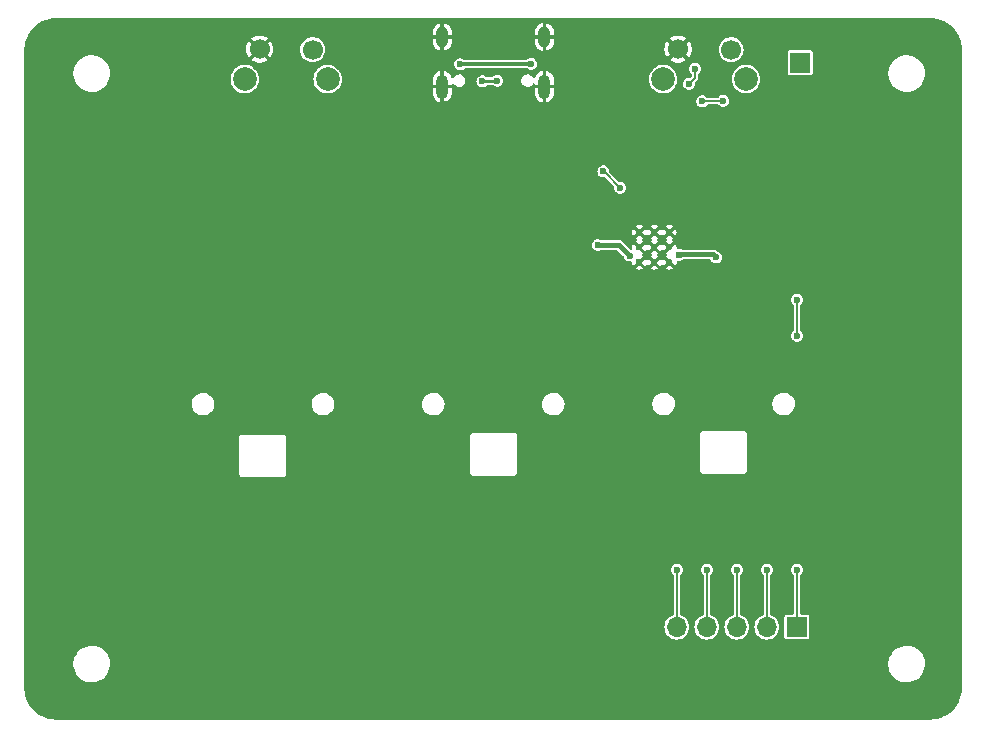
<source format=gbr>
G04 #@! TF.GenerationSoftware,KiCad,Pcbnew,(7.0.0-0)*
G04 #@! TF.CreationDate,2023-03-01T20:47:15-06:00*
G04 #@! TF.ProjectId,RP2040_minimal,52503230-3430-45f6-9d69-6e696d616c2e,REV1*
G04 #@! TF.SameCoordinates,Original*
G04 #@! TF.FileFunction,Copper,L1,Top*
G04 #@! TF.FilePolarity,Positive*
%FSLAX46Y46*%
G04 Gerber Fmt 4.6, Leading zero omitted, Abs format (unit mm)*
G04 Created by KiCad (PCBNEW (7.0.0-0)) date 2023-03-01 20:47:15*
%MOMM*%
%LPD*%
G01*
G04 APERTURE LIST*
G04 #@! TA.AperFunction,ComponentPad*
%ADD10C,1.700000*%
G04 #@! TD*
G04 #@! TA.AperFunction,ComponentPad*
%ADD11C,2.000000*%
G04 #@! TD*
G04 #@! TA.AperFunction,ComponentPad*
%ADD12R,1.700000X1.700000*%
G04 #@! TD*
G04 #@! TA.AperFunction,ComponentPad*
%ADD13O,1.700000X1.700000*%
G04 #@! TD*
G04 #@! TA.AperFunction,ComponentPad*
%ADD14C,0.600000*%
G04 #@! TD*
G04 #@! TA.AperFunction,ComponentPad*
%ADD15O,1.000000X1.800000*%
G04 #@! TD*
G04 #@! TA.AperFunction,ComponentPad*
%ADD16O,1.000000X2.100000*%
G04 #@! TD*
G04 #@! TA.AperFunction,ViaPad*
%ADD17C,0.600000*%
G04 #@! TD*
G04 #@! TA.AperFunction,Conductor*
%ADD18C,0.150000*%
G04 #@! TD*
G04 #@! TA.AperFunction,Conductor*
%ADD19C,0.300000*%
G04 #@! TD*
G04 #@! TA.AperFunction,Conductor*
%ADD20C,0.400000*%
G04 #@! TD*
G04 #@! TA.AperFunction,Conductor*
%ADD21C,0.250000*%
G04 #@! TD*
G04 APERTURE END LIST*
D10*
X84708000Y-99990000D03*
X80218000Y-99940000D03*
D11*
X85968000Y-102480000D03*
X78958000Y-102480000D03*
D12*
X125983999Y-101091999D03*
D10*
X120138000Y-99990000D03*
X115648000Y-99940000D03*
D11*
X121398000Y-102480000D03*
X114388000Y-102480000D03*
D12*
X125699999Y-148868999D03*
D13*
X123159999Y-148868999D03*
X120619999Y-148868999D03*
X118079999Y-148868999D03*
X115539999Y-148868999D03*
D14*
X114912500Y-115452500D03*
X113637500Y-115452500D03*
X112362500Y-115452500D03*
X114912500Y-116727500D03*
X113637500Y-116727500D03*
X112362500Y-116727500D03*
X114912500Y-118002500D03*
X113637500Y-118002500D03*
X112362500Y-118002500D03*
D15*
X95679999Y-98924999D03*
D16*
X95679999Y-103104999D03*
D15*
X104319999Y-98924999D03*
D16*
X104319999Y-103104999D03*
D17*
X121762000Y-116318000D03*
X126562500Y-114652500D03*
X124147500Y-115890000D03*
X128370000Y-110430000D03*
X125130000Y-110470000D03*
X125162500Y-119352500D03*
X113370000Y-112040000D03*
X95000000Y-136090000D03*
X77290000Y-113710000D03*
X99170000Y-120350000D03*
X63650000Y-146260000D03*
X112965878Y-109755878D03*
X115620000Y-122590000D03*
X120492000Y-113841500D03*
X109280000Y-123350000D03*
X116760000Y-111990000D03*
X81420000Y-131050000D03*
X123610000Y-133400000D03*
X127734680Y-143764000D03*
X105797500Y-120730000D03*
X99180000Y-131290000D03*
X107520000Y-102730000D03*
X70280000Y-116380000D03*
X122651000Y-117524500D03*
X84545000Y-133655000D03*
X121444490Y-117143494D03*
X96840000Y-108590000D03*
X103130000Y-106450000D03*
X128262500Y-119352500D03*
X115450000Y-128330000D03*
X133654000Y-106405000D03*
X105810000Y-119740000D03*
X74180000Y-135270000D03*
X71730000Y-140840000D03*
X83620000Y-119490000D03*
X95990000Y-128230000D03*
X79520000Y-125210000D03*
X114420000Y-136400000D03*
X104080000Y-133480000D03*
X110350000Y-123400000D03*
X124400000Y-108060000D03*
X93245000Y-112850000D03*
X122662500Y-111936500D03*
X103300000Y-104780000D03*
X118630000Y-131237500D03*
X104780000Y-116730000D03*
X136560000Y-140435000D03*
X97190000Y-106400000D03*
X96105000Y-104565000D03*
X104760000Y-115760000D03*
X121444504Y-118262500D03*
X81620000Y-110150000D03*
X107350000Y-123360000D03*
X124097500Y-113590000D03*
X108350000Y-102670000D03*
X125730000Y-121158000D03*
X110740000Y-111680000D03*
X97200000Y-101210000D03*
X119470000Y-104320000D03*
X125730000Y-124206000D03*
X103200000Y-101190000D03*
X117690000Y-104360000D03*
X109320000Y-110290000D03*
X108837494Y-116527500D03*
X111537500Y-117417500D03*
X118862500Y-117562500D03*
X115747500Y-117365000D03*
X118110000Y-144018000D03*
X115570000Y-144018000D03*
X116586000Y-102870000D03*
X117094000Y-101600000D03*
X99080000Y-102650000D03*
X100355500Y-102615878D03*
X125730000Y-144018000D03*
X123190000Y-144018000D03*
X120650000Y-144018000D03*
D18*
X117690000Y-104360000D02*
X117730000Y-104320000D01*
X103180000Y-101210000D02*
X103200000Y-101190000D01*
D19*
X97200000Y-101210000D02*
X103180000Y-101210000D01*
D18*
X109320000Y-110290000D02*
X109350000Y-110290000D01*
X117730000Y-104320000D02*
X119470000Y-104320000D01*
X109350000Y-110290000D02*
X110740000Y-111680000D01*
X125730000Y-121158000D02*
X125730000Y-124206000D01*
D20*
X115804970Y-117320000D02*
X115772470Y-117352500D01*
X108837494Y-116527500D02*
X110647500Y-116527500D01*
X110647500Y-116527500D02*
X111537500Y-117417500D01*
X118862500Y-117562500D02*
X118620000Y-117320000D01*
X118620000Y-117320000D02*
X115804970Y-117320000D01*
D18*
X118110000Y-144018000D02*
X118110000Y-148839000D01*
X118110000Y-148839000D02*
X118080000Y-148869000D01*
X115570000Y-144018000D02*
X115570000Y-148839000D01*
X115570000Y-148839000D02*
X115540000Y-148869000D01*
X116586000Y-102870000D02*
X117094000Y-102362000D01*
X117094000Y-102362000D02*
X117094000Y-101600000D01*
D21*
X99114122Y-102615878D02*
X100355500Y-102615878D01*
X99080000Y-102650000D02*
X99114122Y-102615878D01*
D18*
X125730000Y-144018000D02*
X125730000Y-148839000D01*
X125730000Y-148839000D02*
X125700000Y-148869000D01*
X123190000Y-144018000D02*
X123190000Y-148839000D01*
X123190000Y-148839000D02*
X123160000Y-148869000D01*
X120650000Y-148839000D02*
X120620000Y-148869000D01*
X120650000Y-144018000D02*
X120650000Y-148839000D01*
G04 #@! TA.AperFunction,Conductor*
G36*
X137002777Y-97300655D02*
G01*
X137296701Y-97317162D01*
X137307724Y-97318404D01*
X137595224Y-97367252D01*
X137606018Y-97369715D01*
X137886251Y-97450449D01*
X137896722Y-97454113D01*
X137896890Y-97454183D01*
X138166134Y-97565708D01*
X138176136Y-97570525D01*
X138431354Y-97711578D01*
X138440755Y-97717485D01*
X138678575Y-97886228D01*
X138687254Y-97893149D01*
X138694369Y-97899507D01*
X138904697Y-98087467D01*
X138912532Y-98095302D01*
X138980169Y-98170988D01*
X139106850Y-98312745D01*
X139113771Y-98321424D01*
X139282514Y-98559244D01*
X139288421Y-98568645D01*
X139429474Y-98823863D01*
X139434291Y-98833865D01*
X139545884Y-99103273D01*
X139549551Y-99113752D01*
X139588762Y-99249854D01*
X139622553Y-99367147D01*
X139630280Y-99393966D01*
X139632749Y-99404788D01*
X139637677Y-99433789D01*
X139681594Y-99692270D01*
X139682837Y-99703302D01*
X139699344Y-99997222D01*
X139699500Y-100002773D01*
X139699500Y-153997227D01*
X139699344Y-154002778D01*
X139682837Y-154296697D01*
X139681594Y-154307729D01*
X139632750Y-154595209D01*
X139630280Y-154606033D01*
X139549551Y-154886247D01*
X139545884Y-154896726D01*
X139434291Y-155166134D01*
X139429474Y-155176136D01*
X139288421Y-155431354D01*
X139282514Y-155440755D01*
X139113771Y-155678575D01*
X139106850Y-155687254D01*
X138912540Y-155904689D01*
X138904689Y-155912540D01*
X138687254Y-156106850D01*
X138678575Y-156113771D01*
X138440755Y-156282514D01*
X138431354Y-156288421D01*
X138176136Y-156429474D01*
X138166134Y-156434291D01*
X137896726Y-156545884D01*
X137886247Y-156549551D01*
X137606033Y-156630280D01*
X137595209Y-156632750D01*
X137307729Y-156681594D01*
X137296697Y-156682837D01*
X137002778Y-156699344D01*
X136997227Y-156699500D01*
X63047008Y-156699500D01*
X63046526Y-156699463D01*
X63045729Y-156699210D01*
X63043372Y-156699224D01*
X63043364Y-156699224D01*
X63000960Y-156699488D01*
X62995364Y-156699365D01*
X62701084Y-156684539D01*
X62689958Y-156683345D01*
X62402024Y-156635867D01*
X62391104Y-156633425D01*
X62110374Y-156553759D01*
X62099799Y-156550101D01*
X61829844Y-156439262D01*
X61819750Y-156434434D01*
X61810728Y-156429474D01*
X61564024Y-156293838D01*
X61554552Y-156287910D01*
X61316321Y-156119352D01*
X61307568Y-156112384D01*
X61089886Y-155918026D01*
X61081973Y-155910113D01*
X60887615Y-155692431D01*
X60880646Y-155683677D01*
X60877036Y-155678575D01*
X60712086Y-155445443D01*
X60706164Y-155435980D01*
X60565561Y-155180242D01*
X60560740Y-155170162D01*
X60449896Y-154900196D01*
X60446240Y-154889625D01*
X60366571Y-154608883D01*
X60364135Y-154597988D01*
X60316653Y-154310040D01*
X60315460Y-154298915D01*
X60309041Y-154171496D01*
X60300633Y-154004615D01*
X60300511Y-153999057D01*
X60300790Y-153954271D01*
X60300536Y-153953473D01*
X60300500Y-153952992D01*
X60300500Y-152062635D01*
X64445718Y-152062635D01*
X64446198Y-152066594D01*
X64446199Y-152066601D01*
X64475411Y-152307185D01*
X64475412Y-152307193D01*
X64475893Y-152311149D01*
X64477003Y-152314983D01*
X64477004Y-152314985D01*
X64544429Y-152547767D01*
X64544431Y-152547773D01*
X64545541Y-152551604D01*
X64652859Y-152777772D01*
X64655123Y-152781052D01*
X64655126Y-152781057D01*
X64792795Y-152980504D01*
X64795068Y-152983797D01*
X64797833Y-152986676D01*
X64797835Y-152986678D01*
X64887672Y-153080208D01*
X64968484Y-153164341D01*
X65168615Y-153314730D01*
X65390279Y-153431069D01*
X65627734Y-153510343D01*
X65874831Y-153550500D01*
X66060480Y-153550500D01*
X66062481Y-153550500D01*
X66249527Y-153535400D01*
X66492591Y-153475490D01*
X66722897Y-153377366D01*
X66934481Y-153243568D01*
X67121862Y-153077563D01*
X67280188Y-152883650D01*
X67405357Y-152666850D01*
X67494128Y-152432780D01*
X67544202Y-152187500D01*
X67549234Y-152062635D01*
X133445718Y-152062635D01*
X133446198Y-152066594D01*
X133446199Y-152066601D01*
X133475411Y-152307185D01*
X133475412Y-152307193D01*
X133475893Y-152311149D01*
X133477003Y-152314983D01*
X133477004Y-152314985D01*
X133544429Y-152547767D01*
X133544431Y-152547773D01*
X133545541Y-152551604D01*
X133652859Y-152777772D01*
X133655123Y-152781052D01*
X133655126Y-152781057D01*
X133792795Y-152980504D01*
X133795068Y-152983797D01*
X133797833Y-152986676D01*
X133797835Y-152986678D01*
X133887672Y-153080208D01*
X133968484Y-153164341D01*
X134168615Y-153314730D01*
X134390279Y-153431069D01*
X134627734Y-153510343D01*
X134874831Y-153550500D01*
X135060480Y-153550500D01*
X135062481Y-153550500D01*
X135249527Y-153535400D01*
X135492591Y-153475490D01*
X135722897Y-153377366D01*
X135934481Y-153243568D01*
X136121862Y-153077563D01*
X136280188Y-152883650D01*
X136405357Y-152666850D01*
X136494128Y-152432780D01*
X136544202Y-152187500D01*
X136554282Y-151937365D01*
X136524107Y-151688851D01*
X136454459Y-151448396D01*
X136347141Y-151222228D01*
X136204932Y-151016203D01*
X136114868Y-150922437D01*
X136034272Y-150838528D01*
X136034270Y-150838526D01*
X136031516Y-150835659D01*
X136028338Y-150833271D01*
X136028336Y-150833269D01*
X135834569Y-150687663D01*
X135831385Y-150685270D01*
X135827857Y-150683418D01*
X135827855Y-150683417D01*
X135613251Y-150570783D01*
X135613243Y-150570779D01*
X135609721Y-150568931D01*
X135605938Y-150567668D01*
X135376053Y-150490921D01*
X135376049Y-150490920D01*
X135372266Y-150489657D01*
X135368334Y-150489018D01*
X135368326Y-150489016D01*
X135129106Y-150450139D01*
X135129095Y-150450138D01*
X135125169Y-150449500D01*
X134937519Y-150449500D01*
X134935548Y-150449659D01*
X134935525Y-150449660D01*
X134754453Y-150464278D01*
X134754444Y-150464279D01*
X134750473Y-150464600D01*
X134746595Y-150465555D01*
X134746594Y-150465556D01*
X134511287Y-150523554D01*
X134511285Y-150523554D01*
X134507409Y-150524510D01*
X134503745Y-150526070D01*
X134503736Y-150526074D01*
X134280772Y-150621070D01*
X134280764Y-150621074D01*
X134277103Y-150622634D01*
X134273743Y-150624758D01*
X134273731Y-150624765D01*
X134068896Y-150754296D01*
X134068891Y-150754299D01*
X134065519Y-150756432D01*
X134062533Y-150759076D01*
X134062528Y-150759081D01*
X133881124Y-150919791D01*
X133881119Y-150919795D01*
X133878138Y-150922437D01*
X133875621Y-150925519D01*
X133875613Y-150925528D01*
X133722332Y-151113263D01*
X133719812Y-151116350D01*
X133717827Y-151119786D01*
X133717820Y-151119798D01*
X133596635Y-151329698D01*
X133596630Y-151329707D01*
X133594643Y-151333150D01*
X133593233Y-151336866D01*
X133593229Y-151336876D01*
X133507287Y-151563487D01*
X133507284Y-151563495D01*
X133505872Y-151567220D01*
X133505073Y-151571129D01*
X133505072Y-151571136D01*
X133481824Y-151685014D01*
X133455798Y-151812500D01*
X133455637Y-151816484D01*
X133455637Y-151816488D01*
X133445878Y-152058645D01*
X133445878Y-152058654D01*
X133445718Y-152062635D01*
X67549234Y-152062635D01*
X67554282Y-151937365D01*
X67524107Y-151688851D01*
X67454459Y-151448396D01*
X67347141Y-151222228D01*
X67204932Y-151016203D01*
X67114868Y-150922437D01*
X67034272Y-150838528D01*
X67034270Y-150838526D01*
X67031516Y-150835659D01*
X67028338Y-150833271D01*
X67028336Y-150833269D01*
X66834569Y-150687663D01*
X66831385Y-150685270D01*
X66827857Y-150683418D01*
X66827855Y-150683417D01*
X66613251Y-150570783D01*
X66613243Y-150570779D01*
X66609721Y-150568931D01*
X66605938Y-150567668D01*
X66376053Y-150490921D01*
X66376049Y-150490920D01*
X66372266Y-150489657D01*
X66368334Y-150489018D01*
X66368326Y-150489016D01*
X66129106Y-150450139D01*
X66129095Y-150450138D01*
X66125169Y-150449500D01*
X65937519Y-150449500D01*
X65935548Y-150449659D01*
X65935525Y-150449660D01*
X65754453Y-150464278D01*
X65754444Y-150464279D01*
X65750473Y-150464600D01*
X65746595Y-150465555D01*
X65746594Y-150465556D01*
X65511287Y-150523554D01*
X65511285Y-150523554D01*
X65507409Y-150524510D01*
X65503745Y-150526070D01*
X65503736Y-150526074D01*
X65280772Y-150621070D01*
X65280764Y-150621074D01*
X65277103Y-150622634D01*
X65273743Y-150624758D01*
X65273731Y-150624765D01*
X65068896Y-150754296D01*
X65068891Y-150754299D01*
X65065519Y-150756432D01*
X65062533Y-150759076D01*
X65062528Y-150759081D01*
X64881124Y-150919791D01*
X64881119Y-150919795D01*
X64878138Y-150922437D01*
X64875621Y-150925519D01*
X64875613Y-150925528D01*
X64722332Y-151113263D01*
X64719812Y-151116350D01*
X64717827Y-151119786D01*
X64717820Y-151119798D01*
X64596635Y-151329698D01*
X64596630Y-151329707D01*
X64594643Y-151333150D01*
X64593233Y-151336866D01*
X64593229Y-151336876D01*
X64507287Y-151563487D01*
X64507284Y-151563495D01*
X64505872Y-151567220D01*
X64505073Y-151571129D01*
X64505072Y-151571136D01*
X64481824Y-151685014D01*
X64455798Y-151812500D01*
X64455637Y-151816484D01*
X64455637Y-151816488D01*
X64445878Y-152058645D01*
X64445878Y-152058654D01*
X64445718Y-152062635D01*
X60300500Y-152062635D01*
X60300500Y-148869000D01*
X114484417Y-148869000D01*
X114504700Y-149074934D01*
X114564768Y-149272954D01*
X114567062Y-149277246D01*
X114567063Y-149277248D01*
X114660023Y-149451163D01*
X114660025Y-149451166D01*
X114662315Y-149455450D01*
X114793590Y-149615410D01*
X114953550Y-149746685D01*
X115136046Y-149844232D01*
X115334066Y-149904300D01*
X115540000Y-149924583D01*
X115745934Y-149904300D01*
X115943954Y-149844232D01*
X116126450Y-149746685D01*
X116286410Y-149615410D01*
X116417685Y-149455450D01*
X116515232Y-149272954D01*
X116575300Y-149074934D01*
X116595583Y-148869000D01*
X117024417Y-148869000D01*
X117044700Y-149074934D01*
X117104768Y-149272954D01*
X117107062Y-149277246D01*
X117107063Y-149277248D01*
X117200023Y-149451163D01*
X117200025Y-149451166D01*
X117202315Y-149455450D01*
X117333590Y-149615410D01*
X117493550Y-149746685D01*
X117676046Y-149844232D01*
X117874066Y-149904300D01*
X118080000Y-149924583D01*
X118285934Y-149904300D01*
X118483954Y-149844232D01*
X118666450Y-149746685D01*
X118826410Y-149615410D01*
X118957685Y-149455450D01*
X119055232Y-149272954D01*
X119115300Y-149074934D01*
X119135583Y-148869000D01*
X119564417Y-148869000D01*
X119584700Y-149074934D01*
X119644768Y-149272954D01*
X119647062Y-149277246D01*
X119647063Y-149277248D01*
X119740023Y-149451163D01*
X119740025Y-149451166D01*
X119742315Y-149455450D01*
X119873590Y-149615410D01*
X120033550Y-149746685D01*
X120216046Y-149844232D01*
X120414066Y-149904300D01*
X120620000Y-149924583D01*
X120825934Y-149904300D01*
X121023954Y-149844232D01*
X121206450Y-149746685D01*
X121366410Y-149615410D01*
X121497685Y-149455450D01*
X121595232Y-149272954D01*
X121655300Y-149074934D01*
X121675583Y-148869000D01*
X122104417Y-148869000D01*
X122124700Y-149074934D01*
X122184768Y-149272954D01*
X122187062Y-149277246D01*
X122187063Y-149277248D01*
X122280023Y-149451163D01*
X122280025Y-149451166D01*
X122282315Y-149455450D01*
X122413590Y-149615410D01*
X122573550Y-149746685D01*
X122756046Y-149844232D01*
X122954066Y-149904300D01*
X123160000Y-149924583D01*
X123365934Y-149904300D01*
X123563954Y-149844232D01*
X123746450Y-149746685D01*
X123756121Y-149738748D01*
X124649500Y-149738748D01*
X124650446Y-149743506D01*
X124650447Y-149743511D01*
X124651534Y-149748976D01*
X124661133Y-149797231D01*
X124666550Y-149805338D01*
X124666551Y-149805340D01*
X124700028Y-149855441D01*
X124705448Y-149863552D01*
X124771769Y-149907867D01*
X124830252Y-149919500D01*
X126564890Y-149919500D01*
X126569748Y-149919500D01*
X126628231Y-149907867D01*
X126694552Y-149863552D01*
X126738867Y-149797231D01*
X126750500Y-149738748D01*
X126750500Y-147999252D01*
X126738867Y-147940769D01*
X126694552Y-147874448D01*
X126686441Y-147869028D01*
X126636340Y-147835551D01*
X126636338Y-147835550D01*
X126628231Y-147830133D01*
X126618667Y-147828230D01*
X126618666Y-147828230D01*
X126574511Y-147819447D01*
X126574506Y-147819446D01*
X126569748Y-147818500D01*
X126564890Y-147818500D01*
X126104500Y-147818500D01*
X126055000Y-147805237D01*
X126018763Y-147769000D01*
X126005500Y-147719500D01*
X126005500Y-144489951D01*
X126017609Y-144442506D01*
X126050975Y-144406668D01*
X126051135Y-144406565D01*
X126061128Y-144400143D01*
X126155377Y-144291373D01*
X126215165Y-144160457D01*
X126235647Y-144018000D01*
X126215165Y-143875543D01*
X126155377Y-143744627D01*
X126061128Y-143635857D01*
X126055174Y-143632030D01*
X126055171Y-143632028D01*
X125946010Y-143561875D01*
X125946008Y-143561874D01*
X125940053Y-143558047D01*
X125801961Y-143517500D01*
X125658039Y-143517500D01*
X125651248Y-143519493D01*
X125651247Y-143519494D01*
X125526740Y-143556052D01*
X125526737Y-143556053D01*
X125519947Y-143558047D01*
X125513994Y-143561872D01*
X125513989Y-143561875D01*
X125404828Y-143632028D01*
X125404822Y-143632033D01*
X125398872Y-143635857D01*
X125394236Y-143641206D01*
X125394235Y-143641208D01*
X125309263Y-143739271D01*
X125309260Y-143739275D01*
X125304623Y-143744627D01*
X125301680Y-143751070D01*
X125301678Y-143751074D01*
X125247778Y-143869097D01*
X125247776Y-143869102D01*
X125244835Y-143875543D01*
X125243827Y-143882551D01*
X125243826Y-143882556D01*
X125225361Y-144010989D01*
X125224353Y-144018000D01*
X125225361Y-144025011D01*
X125243826Y-144153443D01*
X125243827Y-144153446D01*
X125244835Y-144160457D01*
X125304623Y-144291373D01*
X125398872Y-144400143D01*
X125408727Y-144406476D01*
X125409025Y-144406668D01*
X125442391Y-144442506D01*
X125454500Y-144489951D01*
X125454500Y-147719500D01*
X125441237Y-147769000D01*
X125405000Y-147805237D01*
X125355500Y-147818500D01*
X124830252Y-147818500D01*
X124825494Y-147819446D01*
X124825488Y-147819447D01*
X124781333Y-147828230D01*
X124781330Y-147828231D01*
X124771769Y-147830133D01*
X124763663Y-147835549D01*
X124763659Y-147835551D01*
X124713558Y-147869028D01*
X124713555Y-147869030D01*
X124705448Y-147874448D01*
X124700030Y-147882555D01*
X124700028Y-147882558D01*
X124666551Y-147932659D01*
X124666549Y-147932663D01*
X124661133Y-147940769D01*
X124659231Y-147950330D01*
X124659230Y-147950333D01*
X124650447Y-147994488D01*
X124650446Y-147994494D01*
X124649500Y-147999252D01*
X124649500Y-149738748D01*
X123756121Y-149738748D01*
X123906410Y-149615410D01*
X124037685Y-149455450D01*
X124135232Y-149272954D01*
X124195300Y-149074934D01*
X124215583Y-148869000D01*
X124195300Y-148663066D01*
X124135232Y-148465046D01*
X124037685Y-148282550D01*
X123906410Y-148122590D01*
X123746450Y-147991315D01*
X123742166Y-147989025D01*
X123742163Y-147989023D01*
X123568248Y-147896063D01*
X123568246Y-147896062D01*
X123563954Y-147893768D01*
X123549769Y-147889465D01*
X123535762Y-147885216D01*
X123499225Y-147864911D01*
X123474324Y-147831337D01*
X123465500Y-147790479D01*
X123465500Y-144489951D01*
X123477609Y-144442506D01*
X123510975Y-144406668D01*
X123511135Y-144406565D01*
X123521128Y-144400143D01*
X123615377Y-144291373D01*
X123675165Y-144160457D01*
X123695647Y-144018000D01*
X123675165Y-143875543D01*
X123615377Y-143744627D01*
X123521128Y-143635857D01*
X123515174Y-143632030D01*
X123515171Y-143632028D01*
X123406010Y-143561875D01*
X123406008Y-143561874D01*
X123400053Y-143558047D01*
X123261961Y-143517500D01*
X123118039Y-143517500D01*
X123111248Y-143519493D01*
X123111247Y-143519494D01*
X122986740Y-143556052D01*
X122986737Y-143556053D01*
X122979947Y-143558047D01*
X122973994Y-143561872D01*
X122973989Y-143561875D01*
X122864828Y-143632028D01*
X122864822Y-143632033D01*
X122858872Y-143635857D01*
X122854236Y-143641206D01*
X122854235Y-143641208D01*
X122769263Y-143739271D01*
X122769260Y-143739275D01*
X122764623Y-143744627D01*
X122761680Y-143751070D01*
X122761678Y-143751074D01*
X122707778Y-143869097D01*
X122707776Y-143869102D01*
X122704835Y-143875543D01*
X122703827Y-143882551D01*
X122703826Y-143882556D01*
X122685361Y-144010989D01*
X122684353Y-144018000D01*
X122685361Y-144025011D01*
X122703826Y-144153443D01*
X122703827Y-144153446D01*
X122704835Y-144160457D01*
X122764623Y-144291373D01*
X122858872Y-144400143D01*
X122868727Y-144406476D01*
X122869025Y-144406668D01*
X122902391Y-144442506D01*
X122914500Y-144489951D01*
X122914500Y-147772279D01*
X122905675Y-147813137D01*
X122880775Y-147846711D01*
X122844237Y-147867015D01*
X122837604Y-147869028D01*
X122760709Y-147892353D01*
X122760704Y-147892354D01*
X122756046Y-147893768D01*
X122751757Y-147896060D01*
X122751751Y-147896063D01*
X122577836Y-147989023D01*
X122577828Y-147989028D01*
X122573550Y-147991315D01*
X122569796Y-147994394D01*
X122569791Y-147994399D01*
X122417354Y-148119500D01*
X122417348Y-148119505D01*
X122413590Y-148122590D01*
X122410505Y-148126348D01*
X122410500Y-148126354D01*
X122285399Y-148278791D01*
X122285394Y-148278796D01*
X122282315Y-148282550D01*
X122280028Y-148286828D01*
X122280023Y-148286836D01*
X122187063Y-148460751D01*
X122187060Y-148460757D01*
X122184768Y-148465046D01*
X122183355Y-148469702D01*
X122183354Y-148469706D01*
X122126112Y-148658409D01*
X122126110Y-148658415D01*
X122124700Y-148663066D01*
X122104417Y-148869000D01*
X121675583Y-148869000D01*
X121655300Y-148663066D01*
X121595232Y-148465046D01*
X121497685Y-148282550D01*
X121366410Y-148122590D01*
X121206450Y-147991315D01*
X121202166Y-147989025D01*
X121202163Y-147989023D01*
X121028248Y-147896063D01*
X121028246Y-147896062D01*
X121023954Y-147893768D01*
X121009769Y-147889465D01*
X120995762Y-147885216D01*
X120959225Y-147864911D01*
X120934324Y-147831337D01*
X120925500Y-147790479D01*
X120925500Y-144489951D01*
X120937609Y-144442506D01*
X120970975Y-144406668D01*
X120971135Y-144406565D01*
X120981128Y-144400143D01*
X121075377Y-144291373D01*
X121135165Y-144160457D01*
X121155647Y-144018000D01*
X121135165Y-143875543D01*
X121075377Y-143744627D01*
X120981128Y-143635857D01*
X120975174Y-143632030D01*
X120975171Y-143632028D01*
X120866010Y-143561875D01*
X120866008Y-143561874D01*
X120860053Y-143558047D01*
X120721961Y-143517500D01*
X120578039Y-143517500D01*
X120571248Y-143519493D01*
X120571247Y-143519494D01*
X120446740Y-143556052D01*
X120446737Y-143556053D01*
X120439947Y-143558047D01*
X120433994Y-143561872D01*
X120433989Y-143561875D01*
X120324828Y-143632028D01*
X120324822Y-143632033D01*
X120318872Y-143635857D01*
X120314236Y-143641206D01*
X120314235Y-143641208D01*
X120229263Y-143739271D01*
X120229260Y-143739275D01*
X120224623Y-143744627D01*
X120221680Y-143751070D01*
X120221678Y-143751074D01*
X120167778Y-143869097D01*
X120167776Y-143869102D01*
X120164835Y-143875543D01*
X120163827Y-143882551D01*
X120163826Y-143882556D01*
X120145361Y-144010989D01*
X120144353Y-144018000D01*
X120145361Y-144025011D01*
X120163826Y-144153443D01*
X120163827Y-144153446D01*
X120164835Y-144160457D01*
X120224623Y-144291373D01*
X120318872Y-144400143D01*
X120328727Y-144406476D01*
X120329025Y-144406668D01*
X120362391Y-144442506D01*
X120374500Y-144489951D01*
X120374500Y-147772279D01*
X120365675Y-147813137D01*
X120340775Y-147846711D01*
X120304237Y-147867015D01*
X120297604Y-147869028D01*
X120220709Y-147892353D01*
X120220704Y-147892354D01*
X120216046Y-147893768D01*
X120211757Y-147896060D01*
X120211751Y-147896063D01*
X120037836Y-147989023D01*
X120037828Y-147989028D01*
X120033550Y-147991315D01*
X120029796Y-147994394D01*
X120029791Y-147994399D01*
X119877354Y-148119500D01*
X119877348Y-148119505D01*
X119873590Y-148122590D01*
X119870505Y-148126348D01*
X119870500Y-148126354D01*
X119745399Y-148278791D01*
X119745394Y-148278796D01*
X119742315Y-148282550D01*
X119740028Y-148286828D01*
X119740023Y-148286836D01*
X119647063Y-148460751D01*
X119647060Y-148460757D01*
X119644768Y-148465046D01*
X119643355Y-148469702D01*
X119643354Y-148469706D01*
X119586112Y-148658409D01*
X119586110Y-148658415D01*
X119584700Y-148663066D01*
X119564417Y-148869000D01*
X119135583Y-148869000D01*
X119115300Y-148663066D01*
X119055232Y-148465046D01*
X118957685Y-148282550D01*
X118826410Y-148122590D01*
X118666450Y-147991315D01*
X118662166Y-147989025D01*
X118662163Y-147989023D01*
X118488248Y-147896063D01*
X118488246Y-147896062D01*
X118483954Y-147893768D01*
X118469769Y-147889465D01*
X118455762Y-147885216D01*
X118419225Y-147864911D01*
X118394324Y-147831337D01*
X118385500Y-147790479D01*
X118385500Y-144489951D01*
X118397609Y-144442506D01*
X118430975Y-144406668D01*
X118431135Y-144406565D01*
X118441128Y-144400143D01*
X118535377Y-144291373D01*
X118595165Y-144160457D01*
X118615647Y-144018000D01*
X118595165Y-143875543D01*
X118535377Y-143744627D01*
X118441128Y-143635857D01*
X118435174Y-143632030D01*
X118435171Y-143632028D01*
X118326010Y-143561875D01*
X118326008Y-143561874D01*
X118320053Y-143558047D01*
X118181961Y-143517500D01*
X118038039Y-143517500D01*
X118031248Y-143519493D01*
X118031247Y-143519494D01*
X117906740Y-143556052D01*
X117906737Y-143556053D01*
X117899947Y-143558047D01*
X117893994Y-143561872D01*
X117893989Y-143561875D01*
X117784828Y-143632028D01*
X117784822Y-143632033D01*
X117778872Y-143635857D01*
X117774236Y-143641206D01*
X117774235Y-143641208D01*
X117689263Y-143739271D01*
X117689260Y-143739275D01*
X117684623Y-143744627D01*
X117681680Y-143751070D01*
X117681678Y-143751074D01*
X117627778Y-143869097D01*
X117627776Y-143869102D01*
X117624835Y-143875543D01*
X117623827Y-143882551D01*
X117623826Y-143882556D01*
X117605361Y-144010989D01*
X117604353Y-144018000D01*
X117605361Y-144025011D01*
X117623826Y-144153443D01*
X117623827Y-144153446D01*
X117624835Y-144160457D01*
X117684623Y-144291373D01*
X117778872Y-144400143D01*
X117788727Y-144406476D01*
X117789025Y-144406668D01*
X117822391Y-144442506D01*
X117834500Y-144489951D01*
X117834500Y-147772279D01*
X117825675Y-147813137D01*
X117800775Y-147846711D01*
X117764237Y-147867015D01*
X117757604Y-147869028D01*
X117680709Y-147892353D01*
X117680704Y-147892354D01*
X117676046Y-147893768D01*
X117671757Y-147896060D01*
X117671751Y-147896063D01*
X117497836Y-147989023D01*
X117497828Y-147989028D01*
X117493550Y-147991315D01*
X117489796Y-147994394D01*
X117489791Y-147994399D01*
X117337354Y-148119500D01*
X117337348Y-148119505D01*
X117333590Y-148122590D01*
X117330505Y-148126348D01*
X117330500Y-148126354D01*
X117205399Y-148278791D01*
X117205394Y-148278796D01*
X117202315Y-148282550D01*
X117200028Y-148286828D01*
X117200023Y-148286836D01*
X117107063Y-148460751D01*
X117107060Y-148460757D01*
X117104768Y-148465046D01*
X117103355Y-148469702D01*
X117103354Y-148469706D01*
X117046112Y-148658409D01*
X117046110Y-148658415D01*
X117044700Y-148663066D01*
X117024417Y-148869000D01*
X116595583Y-148869000D01*
X116575300Y-148663066D01*
X116515232Y-148465046D01*
X116417685Y-148282550D01*
X116286410Y-148122590D01*
X116126450Y-147991315D01*
X116122166Y-147989025D01*
X116122163Y-147989023D01*
X115948248Y-147896063D01*
X115948246Y-147896062D01*
X115943954Y-147893768D01*
X115929769Y-147889465D01*
X115915762Y-147885216D01*
X115879225Y-147864911D01*
X115854324Y-147831337D01*
X115845500Y-147790479D01*
X115845500Y-144489951D01*
X115857609Y-144442506D01*
X115890975Y-144406668D01*
X115891135Y-144406565D01*
X115901128Y-144400143D01*
X115995377Y-144291373D01*
X116055165Y-144160457D01*
X116075647Y-144018000D01*
X116055165Y-143875543D01*
X115995377Y-143744627D01*
X115901128Y-143635857D01*
X115895174Y-143632030D01*
X115895171Y-143632028D01*
X115786010Y-143561875D01*
X115786008Y-143561874D01*
X115780053Y-143558047D01*
X115641961Y-143517500D01*
X115498039Y-143517500D01*
X115491248Y-143519493D01*
X115491247Y-143519494D01*
X115366740Y-143556052D01*
X115366737Y-143556053D01*
X115359947Y-143558047D01*
X115353994Y-143561872D01*
X115353989Y-143561875D01*
X115244828Y-143632028D01*
X115244822Y-143632033D01*
X115238872Y-143635857D01*
X115234236Y-143641206D01*
X115234235Y-143641208D01*
X115149263Y-143739271D01*
X115149260Y-143739275D01*
X115144623Y-143744627D01*
X115141680Y-143751070D01*
X115141678Y-143751074D01*
X115087778Y-143869097D01*
X115087776Y-143869102D01*
X115084835Y-143875543D01*
X115083827Y-143882551D01*
X115083826Y-143882556D01*
X115065361Y-144010989D01*
X115064353Y-144018000D01*
X115065361Y-144025011D01*
X115083826Y-144153443D01*
X115083827Y-144153446D01*
X115084835Y-144160457D01*
X115144623Y-144291373D01*
X115238872Y-144400143D01*
X115248727Y-144406476D01*
X115249025Y-144406668D01*
X115282391Y-144442506D01*
X115294500Y-144489951D01*
X115294500Y-147772279D01*
X115285675Y-147813137D01*
X115260775Y-147846711D01*
X115224237Y-147867015D01*
X115217604Y-147869028D01*
X115140709Y-147892353D01*
X115140704Y-147892354D01*
X115136046Y-147893768D01*
X115131757Y-147896060D01*
X115131751Y-147896063D01*
X114957836Y-147989023D01*
X114957828Y-147989028D01*
X114953550Y-147991315D01*
X114949796Y-147994394D01*
X114949791Y-147994399D01*
X114797354Y-148119500D01*
X114797348Y-148119505D01*
X114793590Y-148122590D01*
X114790505Y-148126348D01*
X114790500Y-148126354D01*
X114665399Y-148278791D01*
X114665394Y-148278796D01*
X114662315Y-148282550D01*
X114660028Y-148286828D01*
X114660023Y-148286836D01*
X114567063Y-148460751D01*
X114567060Y-148460757D01*
X114564768Y-148465046D01*
X114563355Y-148469702D01*
X114563354Y-148469706D01*
X114506112Y-148658409D01*
X114506110Y-148658415D01*
X114504700Y-148663066D01*
X114484417Y-148869000D01*
X60300500Y-148869000D01*
X60300500Y-135846793D01*
X78475599Y-135846793D01*
X78476445Y-135855924D01*
X78476445Y-135855927D01*
X78479078Y-135884338D01*
X78479500Y-135893472D01*
X78479500Y-135902844D01*
X78480340Y-135907343D01*
X78480341Y-135907344D01*
X78481222Y-135912059D01*
X78482483Y-135921105D01*
X78485116Y-135949521D01*
X78485118Y-135949531D01*
X78485965Y-135958660D01*
X78490053Y-135966871D01*
X78491432Y-135971716D01*
X78493252Y-135976416D01*
X78494939Y-135985433D01*
X78514793Y-136017498D01*
X78519228Y-136025460D01*
X78536042Y-136059228D01*
X78542820Y-136065407D01*
X78545859Y-136069431D01*
X78549251Y-136073152D01*
X78554081Y-136080952D01*
X78584170Y-136103674D01*
X78591195Y-136109507D01*
X78619067Y-136134916D01*
X78627627Y-136138232D01*
X78631912Y-136140885D01*
X78636414Y-136143126D01*
X78643736Y-136148656D01*
X78680002Y-136158974D01*
X78688657Y-136161874D01*
X78723827Y-136175500D01*
X78733004Y-136175500D01*
X78737951Y-136176425D01*
X78742966Y-136176889D01*
X78751793Y-136179401D01*
X78789337Y-136175922D01*
X78798472Y-136175500D01*
X82124272Y-136175500D01*
X82133763Y-136176823D01*
X82133836Y-136176044D01*
X82142967Y-136176890D01*
X82151793Y-136179401D01*
X82189337Y-136175922D01*
X82198472Y-136175500D01*
X82203263Y-136175500D01*
X82207844Y-136175500D01*
X82217049Y-136173778D01*
X82226107Y-136172514D01*
X82263660Y-136169035D01*
X82271876Y-136164943D01*
X82276714Y-136163567D01*
X82281411Y-136161747D01*
X82290433Y-136160061D01*
X82322491Y-136140210D01*
X82330463Y-136135770D01*
X82364228Y-136118958D01*
X82370413Y-136112172D01*
X82374434Y-136109136D01*
X82378147Y-136105750D01*
X82385952Y-136100919D01*
X82408673Y-136070829D01*
X82414504Y-136063806D01*
X82439916Y-136035933D01*
X82443230Y-136027375D01*
X82445873Y-136023108D01*
X82448122Y-136018591D01*
X82453656Y-136011264D01*
X82463977Y-135974983D01*
X82466872Y-135966348D01*
X82480500Y-135931173D01*
X82480500Y-135921998D01*
X82481425Y-135917050D01*
X82481889Y-135912033D01*
X82484401Y-135903207D01*
X82480922Y-135865662D01*
X82480500Y-135856528D01*
X82480500Y-135716793D01*
X98025599Y-135716793D01*
X98026445Y-135725924D01*
X98026445Y-135725927D01*
X98029078Y-135754338D01*
X98029500Y-135763472D01*
X98029500Y-135772844D01*
X98030340Y-135777343D01*
X98030341Y-135777344D01*
X98031222Y-135782059D01*
X98032483Y-135791105D01*
X98035116Y-135819521D01*
X98035118Y-135819531D01*
X98035965Y-135828660D01*
X98040053Y-135836871D01*
X98041432Y-135841716D01*
X98043252Y-135846416D01*
X98044939Y-135855433D01*
X98064793Y-135887498D01*
X98069228Y-135895460D01*
X98086042Y-135929228D01*
X98092820Y-135935407D01*
X98095859Y-135939431D01*
X98099251Y-135943152D01*
X98104081Y-135950952D01*
X98134170Y-135973674D01*
X98141195Y-135979507D01*
X98169067Y-136004916D01*
X98177627Y-136008232D01*
X98181912Y-136010885D01*
X98186414Y-136013126D01*
X98193736Y-136018656D01*
X98230002Y-136028974D01*
X98238657Y-136031874D01*
X98273827Y-136045500D01*
X98283004Y-136045500D01*
X98287951Y-136046425D01*
X98292966Y-136046889D01*
X98301793Y-136049401D01*
X98339337Y-136045922D01*
X98348472Y-136045500D01*
X101674272Y-136045500D01*
X101683763Y-136046823D01*
X101683836Y-136046044D01*
X101692967Y-136046890D01*
X101701793Y-136049401D01*
X101739337Y-136045922D01*
X101748472Y-136045500D01*
X101753263Y-136045500D01*
X101757844Y-136045500D01*
X101767049Y-136043778D01*
X101776107Y-136042514D01*
X101813660Y-136039035D01*
X101821876Y-136034943D01*
X101826714Y-136033567D01*
X101831411Y-136031747D01*
X101840433Y-136030061D01*
X101872491Y-136010210D01*
X101880463Y-136005770D01*
X101914228Y-135988958D01*
X101920413Y-135982172D01*
X101924434Y-135979136D01*
X101928147Y-135975750D01*
X101935952Y-135970919D01*
X101958673Y-135940829D01*
X101964504Y-135933806D01*
X101989916Y-135905933D01*
X101993230Y-135897375D01*
X101995873Y-135893108D01*
X101998122Y-135888591D01*
X102003656Y-135881264D01*
X102013977Y-135844983D01*
X102016872Y-135836348D01*
X102030500Y-135801173D01*
X102030500Y-135791998D01*
X102031425Y-135787050D01*
X102031889Y-135782033D01*
X102034401Y-135773207D01*
X102030922Y-135735662D01*
X102030500Y-135726528D01*
X102030500Y-135551793D01*
X117475599Y-135551793D01*
X117476445Y-135560924D01*
X117476445Y-135560927D01*
X117479078Y-135589338D01*
X117479500Y-135598472D01*
X117479500Y-135607844D01*
X117480340Y-135612343D01*
X117480341Y-135612344D01*
X117481222Y-135617059D01*
X117482483Y-135626105D01*
X117485116Y-135654521D01*
X117485118Y-135654531D01*
X117485965Y-135663660D01*
X117490053Y-135671871D01*
X117491432Y-135676716D01*
X117493252Y-135681416D01*
X117494939Y-135690433D01*
X117514793Y-135722498D01*
X117519228Y-135730460D01*
X117536042Y-135764228D01*
X117542820Y-135770407D01*
X117545859Y-135774431D01*
X117549251Y-135778152D01*
X117554081Y-135785952D01*
X117584170Y-135808674D01*
X117591195Y-135814507D01*
X117619067Y-135839916D01*
X117627627Y-135843232D01*
X117631912Y-135845885D01*
X117636414Y-135848126D01*
X117643736Y-135853656D01*
X117680002Y-135863974D01*
X117688657Y-135866874D01*
X117723827Y-135880500D01*
X117733004Y-135880500D01*
X117737951Y-135881425D01*
X117742966Y-135881889D01*
X117751793Y-135884401D01*
X117789337Y-135880922D01*
X117798472Y-135880500D01*
X121124272Y-135880500D01*
X121133763Y-135881823D01*
X121133836Y-135881044D01*
X121142967Y-135881890D01*
X121151793Y-135884401D01*
X121189337Y-135880922D01*
X121198472Y-135880500D01*
X121203263Y-135880500D01*
X121207844Y-135880500D01*
X121217049Y-135878778D01*
X121226107Y-135877514D01*
X121263660Y-135874035D01*
X121271876Y-135869943D01*
X121276714Y-135868567D01*
X121281411Y-135866747D01*
X121290433Y-135865061D01*
X121322491Y-135845210D01*
X121330463Y-135840770D01*
X121364228Y-135823958D01*
X121370413Y-135817172D01*
X121374434Y-135814136D01*
X121378147Y-135810750D01*
X121385952Y-135805919D01*
X121408673Y-135775829D01*
X121414504Y-135768806D01*
X121439916Y-135740933D01*
X121443230Y-135732375D01*
X121445873Y-135728108D01*
X121448122Y-135723591D01*
X121453656Y-135716264D01*
X121463977Y-135679983D01*
X121466872Y-135671348D01*
X121480500Y-135636173D01*
X121480500Y-135626998D01*
X121481425Y-135622050D01*
X121481889Y-135617033D01*
X121484401Y-135608207D01*
X121480922Y-135570662D01*
X121480500Y-135561528D01*
X121480500Y-132635728D01*
X121481823Y-132626236D01*
X121481044Y-132626164D01*
X121481890Y-132617032D01*
X121484401Y-132608207D01*
X121480922Y-132570662D01*
X121480500Y-132561528D01*
X121480500Y-132556737D01*
X121480500Y-132552156D01*
X121478778Y-132542945D01*
X121477514Y-132533897D01*
X121474035Y-132496340D01*
X121469945Y-132488127D01*
X121468569Y-132483289D01*
X121466747Y-132478586D01*
X121465061Y-132469567D01*
X121445217Y-132437518D01*
X121440766Y-132429528D01*
X121435557Y-132419067D01*
X121423958Y-132395772D01*
X121417179Y-132389592D01*
X121414145Y-132385574D01*
X121410748Y-132381848D01*
X121405919Y-132374048D01*
X121375833Y-132351328D01*
X121368798Y-132345487D01*
X121340933Y-132320084D01*
X121332381Y-132316770D01*
X121328104Y-132314122D01*
X121323582Y-132311870D01*
X121316264Y-132306344D01*
X121307443Y-132303834D01*
X121307441Y-132303833D01*
X121280001Y-132296026D01*
X121271332Y-132293120D01*
X121244726Y-132282813D01*
X121244723Y-132282812D01*
X121236173Y-132279500D01*
X121227002Y-132279500D01*
X121222053Y-132278575D01*
X121217030Y-132278109D01*
X121208207Y-132275599D01*
X121199074Y-132276445D01*
X121199072Y-132276445D01*
X121170662Y-132279078D01*
X121161528Y-132279500D01*
X117835728Y-132279500D01*
X117826236Y-132278176D01*
X117826164Y-132278956D01*
X117817030Y-132278109D01*
X117808207Y-132275599D01*
X117799074Y-132276445D01*
X117799072Y-132276445D01*
X117770662Y-132279078D01*
X117761528Y-132279500D01*
X117752156Y-132279500D01*
X117747661Y-132280339D01*
X117747650Y-132280341D01*
X117742939Y-132281222D01*
X117733895Y-132282483D01*
X117705478Y-132285117D01*
X117705472Y-132285118D01*
X117696340Y-132285965D01*
X117688130Y-132290051D01*
X117683283Y-132291431D01*
X117678577Y-132293253D01*
X117669567Y-132294939D01*
X117661774Y-132299763D01*
X117661771Y-132299765D01*
X117637516Y-132314783D01*
X117629534Y-132319229D01*
X117603985Y-132331951D01*
X117603979Y-132331954D01*
X117595772Y-132336042D01*
X117589594Y-132342817D01*
X117585563Y-132345862D01*
X117581840Y-132349255D01*
X117574048Y-132354081D01*
X117568522Y-132361397D01*
X117568520Y-132361400D01*
X117551322Y-132384174D01*
X117545488Y-132391199D01*
X117520084Y-132419067D01*
X117516772Y-132427614D01*
X117514124Y-132431891D01*
X117511870Y-132436417D01*
X117506344Y-132443736D01*
X117503834Y-132452554D01*
X117503831Y-132452562D01*
X117496024Y-132480002D01*
X117493120Y-132488669D01*
X117482812Y-132515276D01*
X117482811Y-132515278D01*
X117479500Y-132523827D01*
X117479500Y-132532997D01*
X117478575Y-132537946D01*
X117478109Y-132542969D01*
X117475599Y-132551793D01*
X117476445Y-132560924D01*
X117476445Y-132560927D01*
X117479078Y-132589338D01*
X117479500Y-132598472D01*
X117479500Y-135524272D01*
X117478176Y-135533763D01*
X117478956Y-135533836D01*
X117478109Y-135542969D01*
X117475599Y-135551793D01*
X102030500Y-135551793D01*
X102030500Y-132800728D01*
X102031823Y-132791236D01*
X102031044Y-132791164D01*
X102031890Y-132782032D01*
X102034401Y-132773207D01*
X102030922Y-132735662D01*
X102030500Y-132726528D01*
X102030500Y-132721737D01*
X102030500Y-132717156D01*
X102028778Y-132707945D01*
X102027514Y-132698897D01*
X102024035Y-132661340D01*
X102019945Y-132653127D01*
X102018569Y-132648289D01*
X102016747Y-132643586D01*
X102015061Y-132634567D01*
X101995217Y-132602518D01*
X101990766Y-132594528D01*
X101985557Y-132584067D01*
X101973958Y-132560772D01*
X101967179Y-132554592D01*
X101964145Y-132550574D01*
X101960748Y-132546848D01*
X101955919Y-132539048D01*
X101925833Y-132516328D01*
X101918798Y-132510487D01*
X101913298Y-132505473D01*
X101890933Y-132485084D01*
X101882381Y-132481770D01*
X101878104Y-132479122D01*
X101873582Y-132476870D01*
X101866264Y-132471344D01*
X101857443Y-132468834D01*
X101857441Y-132468833D01*
X101830001Y-132461026D01*
X101821332Y-132458120D01*
X101794726Y-132447813D01*
X101794723Y-132447812D01*
X101786173Y-132444500D01*
X101777002Y-132444500D01*
X101772053Y-132443575D01*
X101767030Y-132443109D01*
X101758207Y-132440599D01*
X101749074Y-132441445D01*
X101749072Y-132441445D01*
X101720662Y-132444078D01*
X101711528Y-132444500D01*
X98385728Y-132444500D01*
X98376236Y-132443176D01*
X98376164Y-132443956D01*
X98367030Y-132443109D01*
X98358207Y-132440599D01*
X98349074Y-132441445D01*
X98349072Y-132441445D01*
X98320662Y-132444078D01*
X98311528Y-132444500D01*
X98302156Y-132444500D01*
X98297661Y-132445339D01*
X98297650Y-132445341D01*
X98292939Y-132446222D01*
X98283895Y-132447483D01*
X98255478Y-132450117D01*
X98255472Y-132450118D01*
X98246340Y-132450965D01*
X98238130Y-132455051D01*
X98233283Y-132456431D01*
X98228577Y-132458253D01*
X98219567Y-132459939D01*
X98211774Y-132464763D01*
X98211771Y-132464765D01*
X98187516Y-132479783D01*
X98179534Y-132484229D01*
X98153985Y-132496951D01*
X98153979Y-132496954D01*
X98145772Y-132501042D01*
X98139594Y-132507817D01*
X98135563Y-132510862D01*
X98131840Y-132514255D01*
X98124048Y-132519081D01*
X98118522Y-132526397D01*
X98118520Y-132526400D01*
X98101322Y-132549174D01*
X98095488Y-132556199D01*
X98091320Y-132560772D01*
X98077236Y-132576222D01*
X98070084Y-132584067D01*
X98066772Y-132592614D01*
X98064124Y-132596891D01*
X98061870Y-132601417D01*
X98056344Y-132608736D01*
X98053834Y-132617554D01*
X98053831Y-132617562D01*
X98046024Y-132645002D01*
X98043120Y-132653669D01*
X98032812Y-132680276D01*
X98032811Y-132680278D01*
X98029500Y-132688827D01*
X98029500Y-132697997D01*
X98028575Y-132702946D01*
X98028109Y-132707969D01*
X98025599Y-132716793D01*
X98026445Y-132725924D01*
X98026445Y-132725927D01*
X98029078Y-132754338D01*
X98029500Y-132763472D01*
X98029500Y-135689272D01*
X98028176Y-135698763D01*
X98028956Y-135698836D01*
X98028109Y-135707969D01*
X98025599Y-135716793D01*
X82480500Y-135716793D01*
X82480500Y-132930728D01*
X82481823Y-132921236D01*
X82481044Y-132921164D01*
X82481890Y-132912032D01*
X82484401Y-132903207D01*
X82480922Y-132865662D01*
X82480500Y-132856528D01*
X82480500Y-132851737D01*
X82480500Y-132847156D01*
X82478778Y-132837945D01*
X82477514Y-132828897D01*
X82474035Y-132791340D01*
X82469945Y-132783127D01*
X82468569Y-132778289D01*
X82466747Y-132773586D01*
X82465061Y-132764567D01*
X82445217Y-132732518D01*
X82440766Y-132724528D01*
X82437095Y-132717156D01*
X82423958Y-132690772D01*
X82417179Y-132684592D01*
X82414145Y-132680574D01*
X82410748Y-132676848D01*
X82405919Y-132669048D01*
X82375833Y-132646328D01*
X82368798Y-132640487D01*
X82362304Y-132634567D01*
X82340933Y-132615084D01*
X82332381Y-132611770D01*
X82328104Y-132609122D01*
X82323582Y-132606870D01*
X82316264Y-132601344D01*
X82307443Y-132598834D01*
X82307441Y-132598833D01*
X82280001Y-132591026D01*
X82271332Y-132588120D01*
X82244726Y-132577813D01*
X82244723Y-132577812D01*
X82236173Y-132574500D01*
X82227002Y-132574500D01*
X82222053Y-132573575D01*
X82217030Y-132573109D01*
X82208207Y-132570599D01*
X82199074Y-132571445D01*
X82199072Y-132571445D01*
X82170662Y-132574078D01*
X82161528Y-132574500D01*
X78835728Y-132574500D01*
X78826236Y-132573176D01*
X78826164Y-132573956D01*
X78817030Y-132573109D01*
X78808207Y-132570599D01*
X78799074Y-132571445D01*
X78799072Y-132571445D01*
X78770662Y-132574078D01*
X78761528Y-132574500D01*
X78752156Y-132574500D01*
X78747661Y-132575339D01*
X78747650Y-132575341D01*
X78742939Y-132576222D01*
X78733895Y-132577483D01*
X78705478Y-132580117D01*
X78705472Y-132580118D01*
X78696340Y-132580965D01*
X78688130Y-132585051D01*
X78683283Y-132586431D01*
X78678577Y-132588253D01*
X78669567Y-132589939D01*
X78661774Y-132594763D01*
X78661771Y-132594765D01*
X78637516Y-132609783D01*
X78629534Y-132614229D01*
X78603985Y-132626951D01*
X78603979Y-132626954D01*
X78595772Y-132631042D01*
X78589594Y-132637817D01*
X78585563Y-132640862D01*
X78581840Y-132644255D01*
X78574048Y-132649081D01*
X78568522Y-132656397D01*
X78568520Y-132656400D01*
X78551322Y-132679174D01*
X78545488Y-132686199D01*
X78520084Y-132714067D01*
X78516772Y-132722614D01*
X78514124Y-132726891D01*
X78511870Y-132731417D01*
X78506344Y-132738736D01*
X78503834Y-132747554D01*
X78503831Y-132747562D01*
X78496024Y-132775002D01*
X78493120Y-132783669D01*
X78482812Y-132810276D01*
X78482811Y-132810278D01*
X78479500Y-132818827D01*
X78479500Y-132827997D01*
X78478575Y-132832946D01*
X78478109Y-132837969D01*
X78475599Y-132846793D01*
X78476445Y-132855924D01*
X78476445Y-132855927D01*
X78479078Y-132884338D01*
X78479500Y-132893472D01*
X78479500Y-135819272D01*
X78478176Y-135828763D01*
X78478956Y-135828836D01*
X78478109Y-135837969D01*
X78475599Y-135846793D01*
X60300500Y-135846793D01*
X60300500Y-130048390D01*
X74465824Y-130048390D01*
X74466583Y-130053348D01*
X74466584Y-130053357D01*
X74494335Y-130234505D01*
X74494336Y-130234512D01*
X74495097Y-130239474D01*
X74496841Y-130244184D01*
X74496842Y-130244186D01*
X74560490Y-130416041D01*
X74560493Y-130416048D01*
X74562236Y-130420753D01*
X74564892Y-130425015D01*
X74564893Y-130425016D01*
X74617451Y-130509339D01*
X74664491Y-130584807D01*
X74797677Y-130724919D01*
X74801791Y-130727783D01*
X74801793Y-130727784D01*
X74886291Y-130786596D01*
X74956342Y-130835353D01*
X75133988Y-130911587D01*
X75323344Y-130950500D01*
X75465695Y-130950500D01*
X75468206Y-130950500D01*
X75612321Y-130935845D01*
X75796768Y-130877974D01*
X75965791Y-130784159D01*
X76112468Y-130658240D01*
X76230796Y-130505373D01*
X76315930Y-130331816D01*
X76364385Y-130144674D01*
X76369268Y-130048390D01*
X84625824Y-130048390D01*
X84626583Y-130053348D01*
X84626584Y-130053357D01*
X84654335Y-130234505D01*
X84654336Y-130234512D01*
X84655097Y-130239474D01*
X84656841Y-130244184D01*
X84656842Y-130244186D01*
X84720490Y-130416041D01*
X84720493Y-130416048D01*
X84722236Y-130420753D01*
X84724892Y-130425015D01*
X84724893Y-130425016D01*
X84777451Y-130509339D01*
X84824491Y-130584807D01*
X84957677Y-130724919D01*
X84961791Y-130727783D01*
X84961793Y-130727784D01*
X85046291Y-130786596D01*
X85116342Y-130835353D01*
X85293988Y-130911587D01*
X85483344Y-130950500D01*
X85625695Y-130950500D01*
X85628206Y-130950500D01*
X85772321Y-130935845D01*
X85956768Y-130877974D01*
X86125791Y-130784159D01*
X86272468Y-130658240D01*
X86390796Y-130505373D01*
X86475930Y-130331816D01*
X86524385Y-130144674D01*
X86529268Y-130048390D01*
X93965824Y-130048390D01*
X93966583Y-130053348D01*
X93966584Y-130053357D01*
X93994335Y-130234505D01*
X93994336Y-130234512D01*
X93995097Y-130239474D01*
X93996841Y-130244184D01*
X93996842Y-130244186D01*
X94060490Y-130416041D01*
X94060493Y-130416048D01*
X94062236Y-130420753D01*
X94064892Y-130425015D01*
X94064893Y-130425016D01*
X94117451Y-130509339D01*
X94164491Y-130584807D01*
X94297677Y-130724919D01*
X94301791Y-130727783D01*
X94301793Y-130727784D01*
X94386291Y-130786596D01*
X94456342Y-130835353D01*
X94633988Y-130911587D01*
X94823344Y-130950500D01*
X94965695Y-130950500D01*
X94968206Y-130950500D01*
X95112321Y-130935845D01*
X95296768Y-130877974D01*
X95465791Y-130784159D01*
X95612468Y-130658240D01*
X95730796Y-130505373D01*
X95815930Y-130331816D01*
X95864385Y-130144674D01*
X95869268Y-130048390D01*
X104125824Y-130048390D01*
X104126583Y-130053348D01*
X104126584Y-130053357D01*
X104154335Y-130234505D01*
X104154336Y-130234512D01*
X104155097Y-130239474D01*
X104156841Y-130244184D01*
X104156842Y-130244186D01*
X104220490Y-130416041D01*
X104220493Y-130416048D01*
X104222236Y-130420753D01*
X104224892Y-130425015D01*
X104224893Y-130425016D01*
X104277451Y-130509339D01*
X104324491Y-130584807D01*
X104457677Y-130724919D01*
X104461791Y-130727783D01*
X104461793Y-130727784D01*
X104546291Y-130786596D01*
X104616342Y-130835353D01*
X104793988Y-130911587D01*
X104983344Y-130950500D01*
X105125695Y-130950500D01*
X105128206Y-130950500D01*
X105272321Y-130935845D01*
X105456768Y-130877974D01*
X105625791Y-130784159D01*
X105772468Y-130658240D01*
X105890796Y-130505373D01*
X105975930Y-130331816D01*
X106024385Y-130144674D01*
X106029268Y-130048390D01*
X113465824Y-130048390D01*
X113466583Y-130053348D01*
X113466584Y-130053357D01*
X113494335Y-130234505D01*
X113494336Y-130234512D01*
X113495097Y-130239474D01*
X113496841Y-130244184D01*
X113496842Y-130244186D01*
X113560490Y-130416041D01*
X113560493Y-130416048D01*
X113562236Y-130420753D01*
X113564892Y-130425015D01*
X113564893Y-130425016D01*
X113617451Y-130509339D01*
X113664491Y-130584807D01*
X113797677Y-130724919D01*
X113801791Y-130727783D01*
X113801793Y-130727784D01*
X113886291Y-130786596D01*
X113956342Y-130835353D01*
X114133988Y-130911587D01*
X114323344Y-130950500D01*
X114465695Y-130950500D01*
X114468206Y-130950500D01*
X114612321Y-130935845D01*
X114796768Y-130877974D01*
X114965791Y-130784159D01*
X115112468Y-130658240D01*
X115230796Y-130505373D01*
X115315930Y-130331816D01*
X115364385Y-130144674D01*
X115369268Y-130048390D01*
X123625824Y-130048390D01*
X123626583Y-130053348D01*
X123626584Y-130053357D01*
X123654335Y-130234505D01*
X123654336Y-130234512D01*
X123655097Y-130239474D01*
X123656841Y-130244184D01*
X123656842Y-130244186D01*
X123720490Y-130416041D01*
X123720493Y-130416048D01*
X123722236Y-130420753D01*
X123724892Y-130425015D01*
X123724893Y-130425016D01*
X123777451Y-130509339D01*
X123824491Y-130584807D01*
X123957677Y-130724919D01*
X123961791Y-130727783D01*
X123961793Y-130727784D01*
X124046291Y-130786596D01*
X124116342Y-130835353D01*
X124293988Y-130911587D01*
X124483344Y-130950500D01*
X124625695Y-130950500D01*
X124628206Y-130950500D01*
X124772321Y-130935845D01*
X124956768Y-130877974D01*
X125125791Y-130784159D01*
X125272468Y-130658240D01*
X125390796Y-130505373D01*
X125475930Y-130331816D01*
X125524385Y-130144674D01*
X125534176Y-129951610D01*
X125504903Y-129760526D01*
X125437764Y-129579247D01*
X125335509Y-129415193D01*
X125202323Y-129275081D01*
X125198208Y-129272217D01*
X125198206Y-129272215D01*
X125047779Y-129167515D01*
X125047776Y-129167513D01*
X125043658Y-129164647D01*
X125039042Y-129162666D01*
X125039040Y-129162665D01*
X124870620Y-129090390D01*
X124870616Y-129090388D01*
X124866012Y-129088413D01*
X124861108Y-129087405D01*
X124861101Y-129087403D01*
X124681567Y-129050509D01*
X124681564Y-129050508D01*
X124676656Y-129049500D01*
X124531794Y-129049500D01*
X124529297Y-129049753D01*
X124529295Y-129049754D01*
X124392677Y-129063646D01*
X124392669Y-129063647D01*
X124387679Y-129064155D01*
X124382893Y-129065656D01*
X124382886Y-129065658D01*
X124208021Y-129120523D01*
X124208017Y-129120524D01*
X124203232Y-129122026D01*
X124198850Y-129124457D01*
X124198841Y-129124462D01*
X124038600Y-129213403D01*
X124038594Y-129213406D01*
X124034209Y-129215841D01*
X124030403Y-129219107D01*
X124030399Y-129219111D01*
X123891338Y-129338491D01*
X123891329Y-129338499D01*
X123887532Y-129341760D01*
X123884466Y-129345720D01*
X123884462Y-129345725D01*
X123772274Y-129490660D01*
X123772271Y-129490664D01*
X123769204Y-129494627D01*
X123766997Y-129499125D01*
X123766994Y-129499131D01*
X123686278Y-129663681D01*
X123686275Y-129663687D01*
X123684070Y-129668184D01*
X123682815Y-129673027D01*
X123682812Y-129673038D01*
X123658874Y-129765494D01*
X123635615Y-129855326D01*
X123635361Y-129860334D01*
X123635360Y-129860341D01*
X123626078Y-130043373D01*
X123625824Y-130048390D01*
X115369268Y-130048390D01*
X115374176Y-129951610D01*
X115344903Y-129760526D01*
X115277764Y-129579247D01*
X115175509Y-129415193D01*
X115042323Y-129275081D01*
X115038208Y-129272217D01*
X115038206Y-129272215D01*
X114887779Y-129167515D01*
X114887776Y-129167513D01*
X114883658Y-129164647D01*
X114879042Y-129162666D01*
X114879040Y-129162665D01*
X114710620Y-129090390D01*
X114710616Y-129090388D01*
X114706012Y-129088413D01*
X114701108Y-129087405D01*
X114701101Y-129087403D01*
X114521567Y-129050509D01*
X114521564Y-129050508D01*
X114516656Y-129049500D01*
X114371794Y-129049500D01*
X114369297Y-129049753D01*
X114369295Y-129049754D01*
X114232677Y-129063646D01*
X114232669Y-129063647D01*
X114227679Y-129064155D01*
X114222893Y-129065656D01*
X114222886Y-129065658D01*
X114048021Y-129120523D01*
X114048017Y-129120524D01*
X114043232Y-129122026D01*
X114038850Y-129124457D01*
X114038841Y-129124462D01*
X113878600Y-129213403D01*
X113878594Y-129213406D01*
X113874209Y-129215841D01*
X113870403Y-129219107D01*
X113870399Y-129219111D01*
X113731338Y-129338491D01*
X113731329Y-129338499D01*
X113727532Y-129341760D01*
X113724466Y-129345720D01*
X113724462Y-129345725D01*
X113612274Y-129490660D01*
X113612271Y-129490664D01*
X113609204Y-129494627D01*
X113606997Y-129499125D01*
X113606994Y-129499131D01*
X113526278Y-129663681D01*
X113526275Y-129663687D01*
X113524070Y-129668184D01*
X113522815Y-129673027D01*
X113522812Y-129673038D01*
X113498874Y-129765494D01*
X113475615Y-129855326D01*
X113475361Y-129860334D01*
X113475360Y-129860341D01*
X113466078Y-130043373D01*
X113465824Y-130048390D01*
X106029268Y-130048390D01*
X106034176Y-129951610D01*
X106004903Y-129760526D01*
X105937764Y-129579247D01*
X105835509Y-129415193D01*
X105702323Y-129275081D01*
X105698208Y-129272217D01*
X105698206Y-129272215D01*
X105547779Y-129167515D01*
X105547776Y-129167513D01*
X105543658Y-129164647D01*
X105539042Y-129162666D01*
X105539040Y-129162665D01*
X105370620Y-129090390D01*
X105370616Y-129090388D01*
X105366012Y-129088413D01*
X105361108Y-129087405D01*
X105361101Y-129087403D01*
X105181567Y-129050509D01*
X105181564Y-129050508D01*
X105176656Y-129049500D01*
X105031794Y-129049500D01*
X105029297Y-129049753D01*
X105029295Y-129049754D01*
X104892677Y-129063646D01*
X104892669Y-129063647D01*
X104887679Y-129064155D01*
X104882893Y-129065656D01*
X104882886Y-129065658D01*
X104708021Y-129120523D01*
X104708017Y-129120524D01*
X104703232Y-129122026D01*
X104698850Y-129124457D01*
X104698841Y-129124462D01*
X104538600Y-129213403D01*
X104538594Y-129213406D01*
X104534209Y-129215841D01*
X104530403Y-129219107D01*
X104530399Y-129219111D01*
X104391338Y-129338491D01*
X104391329Y-129338499D01*
X104387532Y-129341760D01*
X104384466Y-129345720D01*
X104384462Y-129345725D01*
X104272274Y-129490660D01*
X104272271Y-129490664D01*
X104269204Y-129494627D01*
X104266997Y-129499125D01*
X104266994Y-129499131D01*
X104186278Y-129663681D01*
X104186275Y-129663687D01*
X104184070Y-129668184D01*
X104182815Y-129673027D01*
X104182812Y-129673038D01*
X104158874Y-129765494D01*
X104135615Y-129855326D01*
X104135361Y-129860334D01*
X104135360Y-129860341D01*
X104126078Y-130043373D01*
X104125824Y-130048390D01*
X95869268Y-130048390D01*
X95874176Y-129951610D01*
X95844903Y-129760526D01*
X95777764Y-129579247D01*
X95675509Y-129415193D01*
X95542323Y-129275081D01*
X95538208Y-129272217D01*
X95538206Y-129272215D01*
X95387779Y-129167515D01*
X95387776Y-129167513D01*
X95383658Y-129164647D01*
X95379042Y-129162666D01*
X95379040Y-129162665D01*
X95210620Y-129090390D01*
X95210616Y-129090388D01*
X95206012Y-129088413D01*
X95201108Y-129087405D01*
X95201101Y-129087403D01*
X95021567Y-129050509D01*
X95021564Y-129050508D01*
X95016656Y-129049500D01*
X94871794Y-129049500D01*
X94869297Y-129049753D01*
X94869295Y-129049754D01*
X94732677Y-129063646D01*
X94732669Y-129063647D01*
X94727679Y-129064155D01*
X94722893Y-129065656D01*
X94722886Y-129065658D01*
X94548021Y-129120523D01*
X94548017Y-129120524D01*
X94543232Y-129122026D01*
X94538850Y-129124457D01*
X94538841Y-129124462D01*
X94378600Y-129213403D01*
X94378594Y-129213406D01*
X94374209Y-129215841D01*
X94370403Y-129219107D01*
X94370399Y-129219111D01*
X94231338Y-129338491D01*
X94231329Y-129338499D01*
X94227532Y-129341760D01*
X94224466Y-129345720D01*
X94224462Y-129345725D01*
X94112274Y-129490660D01*
X94112271Y-129490664D01*
X94109204Y-129494627D01*
X94106997Y-129499125D01*
X94106994Y-129499131D01*
X94026278Y-129663681D01*
X94026275Y-129663687D01*
X94024070Y-129668184D01*
X94022815Y-129673027D01*
X94022812Y-129673038D01*
X93998874Y-129765494D01*
X93975615Y-129855326D01*
X93975361Y-129860334D01*
X93975360Y-129860341D01*
X93966078Y-130043373D01*
X93965824Y-130048390D01*
X86529268Y-130048390D01*
X86534176Y-129951610D01*
X86504903Y-129760526D01*
X86437764Y-129579247D01*
X86335509Y-129415193D01*
X86202323Y-129275081D01*
X86198208Y-129272217D01*
X86198206Y-129272215D01*
X86047779Y-129167515D01*
X86047776Y-129167513D01*
X86043658Y-129164647D01*
X86039042Y-129162666D01*
X86039040Y-129162665D01*
X85870620Y-129090390D01*
X85870616Y-129090388D01*
X85866012Y-129088413D01*
X85861108Y-129087405D01*
X85861101Y-129087403D01*
X85681567Y-129050509D01*
X85681564Y-129050508D01*
X85676656Y-129049500D01*
X85531794Y-129049500D01*
X85529297Y-129049753D01*
X85529295Y-129049754D01*
X85392677Y-129063646D01*
X85392669Y-129063647D01*
X85387679Y-129064155D01*
X85382893Y-129065656D01*
X85382886Y-129065658D01*
X85208021Y-129120523D01*
X85208017Y-129120524D01*
X85203232Y-129122026D01*
X85198850Y-129124457D01*
X85198841Y-129124462D01*
X85038600Y-129213403D01*
X85038594Y-129213406D01*
X85034209Y-129215841D01*
X85030403Y-129219107D01*
X85030399Y-129219111D01*
X84891338Y-129338491D01*
X84891329Y-129338499D01*
X84887532Y-129341760D01*
X84884466Y-129345720D01*
X84884462Y-129345725D01*
X84772274Y-129490660D01*
X84772271Y-129490664D01*
X84769204Y-129494627D01*
X84766997Y-129499125D01*
X84766994Y-129499131D01*
X84686278Y-129663681D01*
X84686275Y-129663687D01*
X84684070Y-129668184D01*
X84682815Y-129673027D01*
X84682812Y-129673038D01*
X84658874Y-129765494D01*
X84635615Y-129855326D01*
X84635361Y-129860334D01*
X84635360Y-129860341D01*
X84626078Y-130043373D01*
X84625824Y-130048390D01*
X76369268Y-130048390D01*
X76374176Y-129951610D01*
X76344903Y-129760526D01*
X76277764Y-129579247D01*
X76175509Y-129415193D01*
X76042323Y-129275081D01*
X76038208Y-129272217D01*
X76038206Y-129272215D01*
X75887779Y-129167515D01*
X75887776Y-129167513D01*
X75883658Y-129164647D01*
X75879042Y-129162666D01*
X75879040Y-129162665D01*
X75710620Y-129090390D01*
X75710616Y-129090388D01*
X75706012Y-129088413D01*
X75701108Y-129087405D01*
X75701101Y-129087403D01*
X75521567Y-129050509D01*
X75521564Y-129050508D01*
X75516656Y-129049500D01*
X75371794Y-129049500D01*
X75369297Y-129049753D01*
X75369295Y-129049754D01*
X75232677Y-129063646D01*
X75232669Y-129063647D01*
X75227679Y-129064155D01*
X75222893Y-129065656D01*
X75222886Y-129065658D01*
X75048021Y-129120523D01*
X75048017Y-129120524D01*
X75043232Y-129122026D01*
X75038850Y-129124457D01*
X75038841Y-129124462D01*
X74878600Y-129213403D01*
X74878594Y-129213406D01*
X74874209Y-129215841D01*
X74870403Y-129219107D01*
X74870399Y-129219111D01*
X74731338Y-129338491D01*
X74731329Y-129338499D01*
X74727532Y-129341760D01*
X74724466Y-129345720D01*
X74724462Y-129345725D01*
X74612274Y-129490660D01*
X74612271Y-129490664D01*
X74609204Y-129494627D01*
X74606997Y-129499125D01*
X74606994Y-129499131D01*
X74526278Y-129663681D01*
X74526275Y-129663687D01*
X74524070Y-129668184D01*
X74522815Y-129673027D01*
X74522812Y-129673038D01*
X74498874Y-129765494D01*
X74475615Y-129855326D01*
X74475361Y-129860334D01*
X74475360Y-129860341D01*
X74466078Y-130043373D01*
X74465824Y-130048390D01*
X60300500Y-130048390D01*
X60300500Y-124206000D01*
X125224353Y-124206000D01*
X125225361Y-124213011D01*
X125243826Y-124341443D01*
X125243827Y-124341446D01*
X125244835Y-124348457D01*
X125304623Y-124479373D01*
X125398872Y-124588143D01*
X125519947Y-124665953D01*
X125658039Y-124706500D01*
X125794883Y-124706500D01*
X125801961Y-124706500D01*
X125940053Y-124665953D01*
X126061128Y-124588143D01*
X126155377Y-124479373D01*
X126215165Y-124348457D01*
X126235647Y-124206000D01*
X126215165Y-124063543D01*
X126155377Y-123932627D01*
X126061128Y-123823857D01*
X126050975Y-123817332D01*
X126017609Y-123781494D01*
X126005500Y-123734049D01*
X126005500Y-121629951D01*
X126017609Y-121582506D01*
X126050975Y-121546668D01*
X126051135Y-121546565D01*
X126061128Y-121540143D01*
X126155377Y-121431373D01*
X126215165Y-121300457D01*
X126235647Y-121158000D01*
X126215165Y-121015543D01*
X126155377Y-120884627D01*
X126061128Y-120775857D01*
X126055174Y-120772030D01*
X126055171Y-120772028D01*
X125946010Y-120701875D01*
X125946008Y-120701874D01*
X125940053Y-120698047D01*
X125801961Y-120657500D01*
X125658039Y-120657500D01*
X125651248Y-120659493D01*
X125651247Y-120659494D01*
X125526740Y-120696052D01*
X125526737Y-120696053D01*
X125519947Y-120698047D01*
X125513994Y-120701872D01*
X125513989Y-120701875D01*
X125404828Y-120772028D01*
X125404822Y-120772033D01*
X125398872Y-120775857D01*
X125394236Y-120781206D01*
X125394235Y-120781208D01*
X125309263Y-120879271D01*
X125309260Y-120879275D01*
X125304623Y-120884627D01*
X125301680Y-120891070D01*
X125301678Y-120891074D01*
X125247778Y-121009097D01*
X125247776Y-121009102D01*
X125244835Y-121015543D01*
X125243827Y-121022551D01*
X125243826Y-121022556D01*
X125225361Y-121150989D01*
X125224353Y-121158000D01*
X125225361Y-121165011D01*
X125243826Y-121293443D01*
X125243827Y-121293446D01*
X125244835Y-121300457D01*
X125304623Y-121431373D01*
X125398872Y-121540143D01*
X125408727Y-121546476D01*
X125409025Y-121546668D01*
X125442391Y-121582506D01*
X125454500Y-121629951D01*
X125454500Y-123734049D01*
X125442391Y-123781494D01*
X125409024Y-123817332D01*
X125398872Y-123823857D01*
X125394236Y-123829206D01*
X125394235Y-123829208D01*
X125309263Y-123927271D01*
X125309260Y-123927275D01*
X125304623Y-123932627D01*
X125301680Y-123939070D01*
X125301678Y-123939074D01*
X125247778Y-124057097D01*
X125247776Y-124057102D01*
X125244835Y-124063543D01*
X125243827Y-124070551D01*
X125243826Y-124070556D01*
X125225361Y-124198989D01*
X125224353Y-124206000D01*
X60300500Y-124206000D01*
X60300500Y-118522220D01*
X112059283Y-118522220D01*
X112063146Y-118527488D01*
X112065911Y-118529084D01*
X112199875Y-118584573D01*
X112212300Y-118587902D01*
X112356066Y-118606830D01*
X112368934Y-118606830D01*
X112512699Y-118587902D01*
X112525124Y-118584573D01*
X112659090Y-118529083D01*
X112661853Y-118527488D01*
X112665715Y-118522220D01*
X113334283Y-118522220D01*
X113338146Y-118527488D01*
X113340911Y-118529084D01*
X113474875Y-118584573D01*
X113487300Y-118587902D01*
X113631066Y-118606830D01*
X113643934Y-118606830D01*
X113787699Y-118587902D01*
X113800124Y-118584573D01*
X113934090Y-118529083D01*
X113936853Y-118527488D01*
X113940715Y-118522220D01*
X114609283Y-118522220D01*
X114613146Y-118527488D01*
X114615911Y-118529084D01*
X114749875Y-118584573D01*
X114762300Y-118587902D01*
X114906066Y-118606830D01*
X114918934Y-118606830D01*
X115062699Y-118587902D01*
X115075124Y-118584573D01*
X115209090Y-118529083D01*
X115211853Y-118527488D01*
X115215716Y-118522219D01*
X115210402Y-118512534D01*
X114921714Y-118223846D01*
X114912499Y-118218526D01*
X114903285Y-118223846D01*
X114614599Y-118512531D01*
X114609283Y-118522220D01*
X113940715Y-118522220D01*
X113940716Y-118522219D01*
X113935402Y-118512534D01*
X113646714Y-118223846D01*
X113637499Y-118218526D01*
X113628285Y-118223846D01*
X113339599Y-118512531D01*
X113334283Y-118522220D01*
X112665715Y-118522220D01*
X112665716Y-118522219D01*
X112660402Y-118512534D01*
X112371714Y-118223846D01*
X112362499Y-118218526D01*
X112353285Y-118223846D01*
X112064599Y-118512531D01*
X112059283Y-118522220D01*
X60300500Y-118522220D01*
X60300500Y-116527500D01*
X108331847Y-116527500D01*
X108332855Y-116534511D01*
X108351320Y-116662943D01*
X108351321Y-116662946D01*
X108352329Y-116669957D01*
X108355271Y-116676399D01*
X108355272Y-116676402D01*
X108382816Y-116736714D01*
X108412117Y-116800873D01*
X108506366Y-116909643D01*
X108512320Y-116913469D01*
X108512322Y-116913471D01*
X108589830Y-116963282D01*
X108627441Y-116987453D01*
X108765533Y-117028000D01*
X108902377Y-117028000D01*
X108909455Y-117028000D01*
X109047547Y-116987453D01*
X109115603Y-116943715D01*
X109169126Y-116928000D01*
X110440599Y-116928000D01*
X110478485Y-116935536D01*
X110510603Y-116956996D01*
X111018754Y-117465147D01*
X111037278Y-117490836D01*
X111046742Y-117521060D01*
X111052335Y-117559957D01*
X111055275Y-117566394D01*
X111055276Y-117566398D01*
X111109178Y-117684425D01*
X111112123Y-117690873D01*
X111116762Y-117696227D01*
X111116763Y-117696228D01*
X111129908Y-117711398D01*
X111206372Y-117799643D01*
X111212326Y-117803469D01*
X111212328Y-117803471D01*
X111289089Y-117852802D01*
X111327447Y-117877453D01*
X111465539Y-117918000D01*
X111602383Y-117918000D01*
X111609461Y-117918000D01*
X111622664Y-117914123D01*
X111631280Y-117911594D01*
X111691551Y-117913029D01*
X111739813Y-117949159D01*
X111756882Y-118002557D01*
X111757323Y-118002500D01*
X111757644Y-118004938D01*
X111758170Y-118006584D01*
X111758170Y-118008934D01*
X111777097Y-118152699D01*
X111780426Y-118165124D01*
X111835918Y-118299094D01*
X111837508Y-118301849D01*
X111842779Y-118305714D01*
X111852466Y-118300400D01*
X112150368Y-118002499D01*
X112578526Y-118002499D01*
X112583846Y-118011714D01*
X112872534Y-118300402D01*
X112882219Y-118305716D01*
X112887488Y-118301853D01*
X112889083Y-118299090D01*
X112908536Y-118252127D01*
X112944998Y-118207697D01*
X113000000Y-118191012D01*
X113055002Y-118207697D01*
X113091464Y-118252127D01*
X113110918Y-118299094D01*
X113112508Y-118301849D01*
X113117779Y-118305714D01*
X113127466Y-118300400D01*
X113416151Y-118011716D01*
X113421473Y-118002499D01*
X113853526Y-118002499D01*
X113858846Y-118011714D01*
X114147534Y-118300402D01*
X114157219Y-118305716D01*
X114162488Y-118301853D01*
X114164083Y-118299090D01*
X114183536Y-118252127D01*
X114219998Y-118207697D01*
X114275000Y-118191012D01*
X114330002Y-118207697D01*
X114366464Y-118252127D01*
X114385918Y-118299094D01*
X114387508Y-118301849D01*
X114392779Y-118305714D01*
X114402466Y-118300400D01*
X114691151Y-118011716D01*
X114696473Y-118002499D01*
X114691153Y-117993285D01*
X114402466Y-117704598D01*
X114392780Y-117699284D01*
X114387511Y-117703147D01*
X114385916Y-117705910D01*
X114366464Y-117752873D01*
X114330001Y-117797303D01*
X114275000Y-117813987D01*
X114219999Y-117797303D01*
X114183536Y-117752873D01*
X114164083Y-117705910D01*
X114162486Y-117703144D01*
X114157219Y-117699283D01*
X114147532Y-117704598D01*
X113858846Y-117993285D01*
X113853526Y-118002499D01*
X113421473Y-118002499D01*
X113416153Y-117993285D01*
X113127466Y-117704598D01*
X113117780Y-117699284D01*
X113112511Y-117703147D01*
X113110916Y-117705910D01*
X113091464Y-117752873D01*
X113055001Y-117797303D01*
X113000000Y-117813987D01*
X112944999Y-117797303D01*
X112908536Y-117752873D01*
X112889083Y-117705910D01*
X112887486Y-117703144D01*
X112882219Y-117699283D01*
X112872532Y-117704598D01*
X112583846Y-117993285D01*
X112578526Y-118002499D01*
X112150368Y-118002499D01*
X112362500Y-117790368D01*
X112660400Y-117492466D01*
X112665714Y-117482779D01*
X112661849Y-117477508D01*
X112659094Y-117475918D01*
X112612127Y-117456464D01*
X112567697Y-117420002D01*
X112551012Y-117365000D01*
X112567697Y-117309998D01*
X112612127Y-117273536D01*
X112659090Y-117254083D01*
X112661853Y-117252488D01*
X112665715Y-117247220D01*
X113334283Y-117247220D01*
X113338146Y-117252488D01*
X113340911Y-117254084D01*
X113387872Y-117273536D01*
X113432302Y-117309998D01*
X113448987Y-117365000D01*
X113432303Y-117420001D01*
X113387873Y-117456464D01*
X113340910Y-117475916D01*
X113338147Y-117477511D01*
X113334284Y-117482780D01*
X113339598Y-117492466D01*
X113628285Y-117781153D01*
X113637499Y-117786473D01*
X113646716Y-117781151D01*
X113935400Y-117492466D01*
X113940714Y-117482779D01*
X113936849Y-117477508D01*
X113934094Y-117475918D01*
X113887127Y-117456464D01*
X113842697Y-117420002D01*
X113826012Y-117365000D01*
X113842697Y-117309998D01*
X113887127Y-117273536D01*
X113934090Y-117254083D01*
X113936853Y-117252488D01*
X113940715Y-117247220D01*
X114609283Y-117247220D01*
X114613146Y-117252488D01*
X114615911Y-117254084D01*
X114662872Y-117273536D01*
X114707302Y-117309998D01*
X114723987Y-117365000D01*
X114707303Y-117420001D01*
X114662873Y-117456464D01*
X114615910Y-117475916D01*
X114613147Y-117477511D01*
X114609284Y-117482780D01*
X114614598Y-117492466D01*
X115422534Y-118300402D01*
X115432219Y-118305716D01*
X115437488Y-118301853D01*
X115439083Y-118299090D01*
X115494573Y-118165124D01*
X115497902Y-118152699D01*
X115516830Y-118008934D01*
X115516830Y-117996066D01*
X115512414Y-117962524D01*
X115518121Y-117914179D01*
X115546182Y-117874398D01*
X115589811Y-117852802D01*
X115638457Y-117854611D01*
X115675539Y-117865500D01*
X115812383Y-117865500D01*
X115819461Y-117865500D01*
X115957553Y-117824953D01*
X116078628Y-117747143D01*
X116081642Y-117743664D01*
X116110166Y-117726742D01*
X116144762Y-117720500D01*
X118320810Y-117720500D01*
X118374333Y-117736216D01*
X118410863Y-117778373D01*
X118434180Y-117829430D01*
X118434181Y-117829432D01*
X118437123Y-117835873D01*
X118531372Y-117944643D01*
X118537326Y-117948469D01*
X118537328Y-117948471D01*
X118611388Y-117996066D01*
X118652447Y-118022453D01*
X118790539Y-118063000D01*
X118927383Y-118063000D01*
X118934461Y-118063000D01*
X119072553Y-118022453D01*
X119193628Y-117944643D01*
X119287877Y-117835873D01*
X119347665Y-117704957D01*
X119368147Y-117562500D01*
X119347665Y-117420043D01*
X119287877Y-117289127D01*
X119193628Y-117180357D01*
X119187674Y-117176530D01*
X119187671Y-117176528D01*
X119078510Y-117106375D01*
X119078508Y-117106374D01*
X119072553Y-117102547D01*
X119015588Y-117085820D01*
X118950115Y-117066596D01*
X118908003Y-117041610D01*
X118880916Y-117014523D01*
X118880909Y-117014516D01*
X118880905Y-117014513D01*
X118858342Y-116991950D01*
X118851402Y-116988413D01*
X118851397Y-116988410D01*
X118836850Y-116980998D01*
X118823609Y-116972884D01*
X118810392Y-116963282D01*
X118810389Y-116963280D01*
X118804090Y-116958704D01*
X118796687Y-116956298D01*
X118796680Y-116956295D01*
X118781140Y-116951246D01*
X118766796Y-116945305D01*
X118745304Y-116934354D01*
X118737609Y-116933135D01*
X118737606Y-116933134D01*
X118721474Y-116930579D01*
X118706374Y-116926953D01*
X118690844Y-116921907D01*
X118690839Y-116921906D01*
X118683433Y-116919500D01*
X118675643Y-116919500D01*
X116008311Y-116919500D01*
X115967185Y-116910554D01*
X115963511Y-116908876D01*
X115957553Y-116905047D01*
X115950757Y-116903051D01*
X115950756Y-116903051D01*
X115826252Y-116866494D01*
X115819461Y-116864500D01*
X115675539Y-116864500D01*
X115668752Y-116866492D01*
X115668743Y-116866494D01*
X115638456Y-116875387D01*
X115589809Y-116877196D01*
X115546181Y-116855600D01*
X115518121Y-116815820D01*
X115512414Y-116767474D01*
X115516830Y-116733932D01*
X115516830Y-116721066D01*
X115497902Y-116577300D01*
X115494573Y-116564875D01*
X115439084Y-116430912D01*
X115437486Y-116428144D01*
X115432218Y-116424283D01*
X115422534Y-116429596D01*
X114912500Y-116939632D01*
X114614599Y-117237531D01*
X114609283Y-117247220D01*
X113940715Y-117247220D01*
X113940716Y-117247219D01*
X113935402Y-117237534D01*
X113646714Y-116948846D01*
X113637499Y-116943526D01*
X113628285Y-116948846D01*
X113339599Y-117237531D01*
X113334283Y-117247220D01*
X112665715Y-117247220D01*
X112665716Y-117247219D01*
X112660402Y-117237534D01*
X112150367Y-116727499D01*
X112578526Y-116727499D01*
X112583846Y-116736714D01*
X112872534Y-117025402D01*
X112882219Y-117030716D01*
X112887488Y-117026853D01*
X112889083Y-117024090D01*
X112908536Y-116977127D01*
X112944998Y-116932697D01*
X113000000Y-116916012D01*
X113055002Y-116932697D01*
X113091464Y-116977127D01*
X113110918Y-117024094D01*
X113112508Y-117026849D01*
X113117779Y-117030714D01*
X113127466Y-117025400D01*
X113416151Y-116736716D01*
X113421473Y-116727499D01*
X113853526Y-116727499D01*
X113858846Y-116736714D01*
X114147534Y-117025402D01*
X114157219Y-117030716D01*
X114162488Y-117026853D01*
X114164083Y-117024090D01*
X114183536Y-116977127D01*
X114219998Y-116932697D01*
X114275000Y-116916012D01*
X114330002Y-116932697D01*
X114366464Y-116977127D01*
X114385918Y-117024094D01*
X114387508Y-117026849D01*
X114392779Y-117030714D01*
X114402466Y-117025400D01*
X114691151Y-116736716D01*
X114696473Y-116727499D01*
X114691153Y-116718285D01*
X114402466Y-116429598D01*
X114392780Y-116424284D01*
X114387511Y-116428147D01*
X114385916Y-116430910D01*
X114366464Y-116477873D01*
X114330001Y-116522303D01*
X114275000Y-116538987D01*
X114219999Y-116522303D01*
X114183536Y-116477873D01*
X114164083Y-116430910D01*
X114162486Y-116428144D01*
X114157219Y-116424283D01*
X114147532Y-116429598D01*
X113858846Y-116718285D01*
X113853526Y-116727499D01*
X113421473Y-116727499D01*
X113416153Y-116718285D01*
X113127466Y-116429598D01*
X113117780Y-116424284D01*
X113112511Y-116428147D01*
X113110916Y-116430910D01*
X113091464Y-116477873D01*
X113055001Y-116522303D01*
X113000000Y-116538987D01*
X112944999Y-116522303D01*
X112908536Y-116477873D01*
X112889083Y-116430910D01*
X112887486Y-116428144D01*
X112882219Y-116424283D01*
X112872532Y-116429598D01*
X112583846Y-116718285D01*
X112578526Y-116727499D01*
X112150367Y-116727499D01*
X111852466Y-116429598D01*
X111842780Y-116424284D01*
X111837511Y-116428147D01*
X111835915Y-116430912D01*
X111780426Y-116564875D01*
X111777097Y-116577300D01*
X111758170Y-116721066D01*
X111758170Y-116733934D01*
X111769373Y-116819032D01*
X111763665Y-116867378D01*
X111735604Y-116907158D01*
X111691975Y-116928754D01*
X111643328Y-116926944D01*
X111625115Y-116921596D01*
X111583003Y-116896610D01*
X110908416Y-116222023D01*
X110908415Y-116222022D01*
X110908409Y-116222016D01*
X110908405Y-116222013D01*
X110885842Y-116199450D01*
X110878902Y-116195913D01*
X110878897Y-116195910D01*
X110864350Y-116188498D01*
X110851109Y-116180384D01*
X110837892Y-116170782D01*
X110837889Y-116170780D01*
X110831590Y-116166204D01*
X110824187Y-116163798D01*
X110824180Y-116163795D01*
X110808640Y-116158746D01*
X110794296Y-116152805D01*
X110772804Y-116141854D01*
X110765109Y-116140635D01*
X110765106Y-116140634D01*
X110748974Y-116138079D01*
X110733874Y-116134453D01*
X110718344Y-116129407D01*
X110718339Y-116129406D01*
X110710933Y-116127000D01*
X110703143Y-116127000D01*
X109169126Y-116127000D01*
X109115603Y-116111284D01*
X109053504Y-116071375D01*
X109053502Y-116071374D01*
X109047547Y-116067547D01*
X108909455Y-116027000D01*
X108765533Y-116027000D01*
X108758742Y-116028993D01*
X108758741Y-116028994D01*
X108634234Y-116065552D01*
X108634231Y-116065553D01*
X108627441Y-116067547D01*
X108621488Y-116071372D01*
X108621483Y-116071375D01*
X108512322Y-116141528D01*
X108512316Y-116141533D01*
X108506366Y-116145357D01*
X108501730Y-116150706D01*
X108501729Y-116150708D01*
X108416757Y-116248771D01*
X108416754Y-116248775D01*
X108412117Y-116254127D01*
X108409174Y-116260570D01*
X108409172Y-116260574D01*
X108355272Y-116378597D01*
X108355270Y-116378602D01*
X108352329Y-116385043D01*
X108351321Y-116392051D01*
X108351320Y-116392056D01*
X108345923Y-116429596D01*
X108331847Y-116527500D01*
X60300500Y-116527500D01*
X60300500Y-115972220D01*
X112059283Y-115972220D01*
X112063146Y-115977488D01*
X112065911Y-115979084D01*
X112112872Y-115998536D01*
X112157302Y-116034998D01*
X112173987Y-116090000D01*
X112157303Y-116145001D01*
X112112873Y-116181464D01*
X112065910Y-116200916D01*
X112063147Y-116202511D01*
X112059284Y-116207780D01*
X112064598Y-116217466D01*
X112353285Y-116506153D01*
X112362499Y-116511473D01*
X112371716Y-116506151D01*
X112660400Y-116217466D01*
X112665714Y-116207779D01*
X112661849Y-116202508D01*
X112659094Y-116200918D01*
X112612127Y-116181464D01*
X112567697Y-116145002D01*
X112551012Y-116090000D01*
X112567697Y-116034998D01*
X112612127Y-115998536D01*
X112659090Y-115979083D01*
X112661853Y-115977488D01*
X112665715Y-115972220D01*
X113334283Y-115972220D01*
X113338146Y-115977488D01*
X113340911Y-115979084D01*
X113387872Y-115998536D01*
X113432302Y-116034998D01*
X113448987Y-116090000D01*
X113432303Y-116145001D01*
X113387873Y-116181464D01*
X113340910Y-116200916D01*
X113338147Y-116202511D01*
X113334284Y-116207780D01*
X113339598Y-116217466D01*
X113628285Y-116506153D01*
X113637499Y-116511473D01*
X113646716Y-116506151D01*
X113935400Y-116217466D01*
X113940714Y-116207779D01*
X113936849Y-116202508D01*
X113934094Y-116200918D01*
X113887127Y-116181464D01*
X113842697Y-116145002D01*
X113826012Y-116090000D01*
X113842697Y-116034998D01*
X113887127Y-115998536D01*
X113934090Y-115979083D01*
X113936853Y-115977488D01*
X113940715Y-115972220D01*
X114609283Y-115972220D01*
X114613146Y-115977488D01*
X114615911Y-115979084D01*
X114662872Y-115998536D01*
X114707302Y-116034998D01*
X114723987Y-116090000D01*
X114707303Y-116145001D01*
X114662873Y-116181464D01*
X114615910Y-116200916D01*
X114613147Y-116202511D01*
X114609284Y-116207780D01*
X114614598Y-116217466D01*
X114903285Y-116506153D01*
X114912499Y-116511473D01*
X114921716Y-116506151D01*
X115210400Y-116217466D01*
X115215714Y-116207779D01*
X115211849Y-116202508D01*
X115209094Y-116200918D01*
X115162127Y-116181464D01*
X115117697Y-116145002D01*
X115101012Y-116090000D01*
X115117697Y-116034998D01*
X115162127Y-115998536D01*
X115209090Y-115979083D01*
X115211853Y-115977488D01*
X115215716Y-115972219D01*
X115210402Y-115962534D01*
X114921714Y-115673846D01*
X114912499Y-115668526D01*
X114903285Y-115673846D01*
X114614599Y-115962531D01*
X114609283Y-115972220D01*
X113940715Y-115972220D01*
X113940716Y-115972219D01*
X113935402Y-115962534D01*
X113646714Y-115673846D01*
X113637499Y-115668526D01*
X113628285Y-115673846D01*
X113339599Y-115962531D01*
X113334283Y-115972220D01*
X112665715Y-115972220D01*
X112665716Y-115972219D01*
X112660402Y-115962534D01*
X112371714Y-115673846D01*
X112362499Y-115668526D01*
X112353285Y-115673846D01*
X112064599Y-115962531D01*
X112059283Y-115972220D01*
X60300500Y-115972220D01*
X60300500Y-115458934D01*
X111758170Y-115458934D01*
X111777097Y-115602699D01*
X111780426Y-115615124D01*
X111835918Y-115749094D01*
X111837508Y-115751849D01*
X111842779Y-115755714D01*
X111852466Y-115750400D01*
X112141151Y-115461716D01*
X112146473Y-115452499D01*
X112578526Y-115452499D01*
X112583846Y-115461714D01*
X112872534Y-115750402D01*
X112882219Y-115755716D01*
X112887488Y-115751853D01*
X112889083Y-115749090D01*
X112908536Y-115702127D01*
X112944998Y-115657697D01*
X113000000Y-115641012D01*
X113055002Y-115657697D01*
X113091464Y-115702127D01*
X113110918Y-115749094D01*
X113112508Y-115751849D01*
X113117779Y-115755714D01*
X113127466Y-115750400D01*
X113416151Y-115461716D01*
X113421473Y-115452499D01*
X113853526Y-115452499D01*
X113858846Y-115461714D01*
X114147534Y-115750402D01*
X114157219Y-115755716D01*
X114162488Y-115751853D01*
X114164083Y-115749090D01*
X114183536Y-115702127D01*
X114219998Y-115657697D01*
X114275000Y-115641012D01*
X114330002Y-115657697D01*
X114366464Y-115702127D01*
X114385918Y-115749094D01*
X114387508Y-115751849D01*
X114392779Y-115755714D01*
X114402466Y-115750400D01*
X114691151Y-115461716D01*
X114696473Y-115452499D01*
X115128526Y-115452499D01*
X115133846Y-115461714D01*
X115422534Y-115750402D01*
X115432219Y-115755716D01*
X115437488Y-115751853D01*
X115439083Y-115749090D01*
X115494573Y-115615124D01*
X115497902Y-115602699D01*
X115516830Y-115458934D01*
X115516830Y-115446066D01*
X115497902Y-115302300D01*
X115494573Y-115289875D01*
X115439084Y-115155912D01*
X115437486Y-115153144D01*
X115432219Y-115149283D01*
X115422532Y-115154598D01*
X115133846Y-115443285D01*
X115128526Y-115452499D01*
X114696473Y-115452499D01*
X114691153Y-115443285D01*
X114402466Y-115154598D01*
X114392780Y-115149284D01*
X114387511Y-115153147D01*
X114385916Y-115155910D01*
X114366464Y-115202873D01*
X114330001Y-115247303D01*
X114275000Y-115263987D01*
X114219999Y-115247303D01*
X114183536Y-115202873D01*
X114164083Y-115155910D01*
X114162486Y-115153144D01*
X114157219Y-115149283D01*
X114147532Y-115154598D01*
X113858846Y-115443285D01*
X113853526Y-115452499D01*
X113421473Y-115452499D01*
X113416153Y-115443285D01*
X113127466Y-115154598D01*
X113117780Y-115149284D01*
X113112511Y-115153147D01*
X113110916Y-115155910D01*
X113091464Y-115202873D01*
X113055001Y-115247303D01*
X113000000Y-115263987D01*
X112944999Y-115247303D01*
X112908536Y-115202873D01*
X112889083Y-115155910D01*
X112887486Y-115153144D01*
X112882219Y-115149283D01*
X112872532Y-115154598D01*
X112583846Y-115443285D01*
X112578526Y-115452499D01*
X112146473Y-115452499D01*
X112141153Y-115443285D01*
X111852466Y-115154598D01*
X111842780Y-115149284D01*
X111837511Y-115153147D01*
X111835915Y-115155912D01*
X111780426Y-115289875D01*
X111777097Y-115302300D01*
X111758170Y-115446066D01*
X111758170Y-115458934D01*
X60300500Y-115458934D01*
X60300500Y-114932780D01*
X112059284Y-114932780D01*
X112064598Y-114942466D01*
X112353285Y-115231153D01*
X112362499Y-115236473D01*
X112371716Y-115231151D01*
X112660400Y-114942466D01*
X112665713Y-114932780D01*
X113334284Y-114932780D01*
X113339598Y-114942466D01*
X113628285Y-115231153D01*
X113637499Y-115236473D01*
X113646716Y-115231151D01*
X113935400Y-114942466D01*
X113940713Y-114932780D01*
X114609284Y-114932780D01*
X114614598Y-114942466D01*
X114903285Y-115231153D01*
X114912499Y-115236473D01*
X114921716Y-115231151D01*
X115210400Y-114942466D01*
X115215714Y-114932779D01*
X115211849Y-114927508D01*
X115209094Y-114925918D01*
X115075124Y-114870426D01*
X115062699Y-114867097D01*
X114918934Y-114848170D01*
X114906066Y-114848170D01*
X114762300Y-114867097D01*
X114749875Y-114870426D01*
X114615912Y-114925915D01*
X114613147Y-114927511D01*
X114609284Y-114932780D01*
X113940713Y-114932780D01*
X113940714Y-114932779D01*
X113936849Y-114927508D01*
X113934094Y-114925918D01*
X113800124Y-114870426D01*
X113787699Y-114867097D01*
X113643934Y-114848170D01*
X113631066Y-114848170D01*
X113487300Y-114867097D01*
X113474875Y-114870426D01*
X113340912Y-114925915D01*
X113338147Y-114927511D01*
X113334284Y-114932780D01*
X112665713Y-114932780D01*
X112665714Y-114932779D01*
X112661849Y-114927508D01*
X112659094Y-114925918D01*
X112525124Y-114870426D01*
X112512699Y-114867097D01*
X112368934Y-114848170D01*
X112356066Y-114848170D01*
X112212300Y-114867097D01*
X112199875Y-114870426D01*
X112065912Y-114925915D01*
X112063147Y-114927511D01*
X112059284Y-114932780D01*
X60300500Y-114932780D01*
X60300500Y-110290000D01*
X108814353Y-110290000D01*
X108815361Y-110297010D01*
X108815361Y-110297011D01*
X108833826Y-110425443D01*
X108833827Y-110425446D01*
X108834835Y-110432457D01*
X108894623Y-110563373D01*
X108988872Y-110672143D01*
X109109947Y-110749953D01*
X109248039Y-110790500D01*
X109384883Y-110790500D01*
X109391961Y-110790500D01*
X109398752Y-110788505D01*
X109402278Y-110787999D01*
X109447631Y-110792057D01*
X109486371Y-110815987D01*
X110213897Y-111543513D01*
X110237826Y-111582252D01*
X110241886Y-111627604D01*
X110234353Y-111680000D01*
X110235361Y-111687011D01*
X110253826Y-111815443D01*
X110253827Y-111815446D01*
X110254835Y-111822457D01*
X110314623Y-111953373D01*
X110408872Y-112062143D01*
X110529947Y-112139953D01*
X110668039Y-112180500D01*
X110804883Y-112180500D01*
X110811961Y-112180500D01*
X110950053Y-112139953D01*
X111071128Y-112062143D01*
X111165377Y-111953373D01*
X111225165Y-111822457D01*
X111245647Y-111680000D01*
X111225165Y-111537543D01*
X111165377Y-111406627D01*
X111071128Y-111297857D01*
X111065174Y-111294030D01*
X111065171Y-111294028D01*
X110956010Y-111223875D01*
X110956008Y-111223874D01*
X110950053Y-111220047D01*
X110811961Y-111179500D01*
X110670124Y-111179500D01*
X110632238Y-111171964D01*
X110600120Y-111150504D01*
X109849873Y-110400257D01*
X109825943Y-110361517D01*
X109821885Y-110316163D01*
X109824639Y-110297010D01*
X109825647Y-110290000D01*
X109805165Y-110147543D01*
X109745377Y-110016627D01*
X109651128Y-109907857D01*
X109645174Y-109904030D01*
X109645171Y-109904028D01*
X109536010Y-109833875D01*
X109536008Y-109833874D01*
X109530053Y-109830047D01*
X109391961Y-109789500D01*
X109248039Y-109789500D01*
X109241248Y-109791493D01*
X109241247Y-109791494D01*
X109116740Y-109828052D01*
X109116737Y-109828053D01*
X109109947Y-109830047D01*
X109103994Y-109833872D01*
X109103989Y-109833875D01*
X108994828Y-109904028D01*
X108994822Y-109904033D01*
X108988872Y-109907857D01*
X108984236Y-109913206D01*
X108984235Y-109913208D01*
X108899263Y-110011271D01*
X108899260Y-110011275D01*
X108894623Y-110016627D01*
X108891680Y-110023070D01*
X108891678Y-110023074D01*
X108837778Y-110141097D01*
X108837776Y-110141102D01*
X108834835Y-110147543D01*
X108833827Y-110154551D01*
X108833826Y-110154556D01*
X108815361Y-110282989D01*
X108814353Y-110290000D01*
X60300500Y-110290000D01*
X60300500Y-103697147D01*
X94880000Y-103697147D01*
X94880311Y-103702691D01*
X94894499Y-103828613D01*
X94896959Y-103839391D01*
X94952827Y-103999054D01*
X94957622Y-104009011D01*
X95047618Y-104152239D01*
X95054507Y-104160878D01*
X95174121Y-104280492D01*
X95182760Y-104287381D01*
X95325988Y-104377377D01*
X95335945Y-104382172D01*
X95495615Y-104438042D01*
X95506378Y-104440499D01*
X95516111Y-104441595D01*
X95526954Y-104439753D01*
X95530000Y-104429183D01*
X95830000Y-104429183D01*
X95833045Y-104439753D01*
X95843888Y-104441595D01*
X95853621Y-104440499D01*
X95864384Y-104438042D01*
X96024054Y-104382172D01*
X96034011Y-104377377D01*
X96177239Y-104287381D01*
X96185878Y-104280492D01*
X96305492Y-104160878D01*
X96312381Y-104152239D01*
X96402377Y-104009011D01*
X96407172Y-103999054D01*
X96463040Y-103839391D01*
X96465500Y-103828613D01*
X96479688Y-103702691D01*
X96480000Y-103697147D01*
X103520000Y-103697147D01*
X103520311Y-103702691D01*
X103534499Y-103828613D01*
X103536959Y-103839391D01*
X103592827Y-103999054D01*
X103597622Y-104009011D01*
X103687618Y-104152239D01*
X103694507Y-104160878D01*
X103814121Y-104280492D01*
X103822760Y-104287381D01*
X103965988Y-104377377D01*
X103975945Y-104382172D01*
X104135615Y-104438042D01*
X104146378Y-104440499D01*
X104156111Y-104441595D01*
X104166954Y-104439753D01*
X104170000Y-104429183D01*
X104470000Y-104429183D01*
X104473045Y-104439753D01*
X104483888Y-104441595D01*
X104493621Y-104440499D01*
X104504384Y-104438042D01*
X104664054Y-104382172D01*
X104674011Y-104377377D01*
X104701666Y-104360000D01*
X117184353Y-104360000D01*
X117185361Y-104367011D01*
X117203826Y-104495443D01*
X117203827Y-104495446D01*
X117204835Y-104502457D01*
X117207777Y-104508899D01*
X117207778Y-104508902D01*
X117248801Y-104598728D01*
X117264623Y-104633373D01*
X117358872Y-104742143D01*
X117364826Y-104745969D01*
X117364828Y-104745971D01*
X117420808Y-104781947D01*
X117479947Y-104819953D01*
X117618039Y-104860500D01*
X117754883Y-104860500D01*
X117761961Y-104860500D01*
X117900053Y-104819953D01*
X118021128Y-104742143D01*
X118115377Y-104633373D01*
X118116454Y-104634306D01*
X118145136Y-104607607D01*
X118192577Y-104595500D01*
X119001254Y-104595500D01*
X119042380Y-104604446D01*
X119076074Y-104629669D01*
X119138872Y-104702143D01*
X119259947Y-104779953D01*
X119398039Y-104820500D01*
X119534883Y-104820500D01*
X119541961Y-104820500D01*
X119680053Y-104779953D01*
X119801128Y-104702143D01*
X119895377Y-104593373D01*
X119955165Y-104462457D01*
X119975647Y-104320000D01*
X119955165Y-104177543D01*
X119895377Y-104046627D01*
X119801128Y-103937857D01*
X119795174Y-103934030D01*
X119795171Y-103934028D01*
X119686010Y-103863875D01*
X119686008Y-103863874D01*
X119680053Y-103860047D01*
X119609704Y-103839391D01*
X119548752Y-103821494D01*
X119541961Y-103819500D01*
X119398039Y-103819500D01*
X119391248Y-103821493D01*
X119391247Y-103821494D01*
X119266740Y-103858052D01*
X119266737Y-103858053D01*
X119259947Y-103860047D01*
X119253994Y-103863872D01*
X119253989Y-103863875D01*
X119144828Y-103934028D01*
X119144822Y-103934033D01*
X119138872Y-103937857D01*
X119134236Y-103943206D01*
X119134235Y-103943208D01*
X119076073Y-104010331D01*
X119042380Y-104035554D01*
X119001254Y-104044500D01*
X118124086Y-104044500D01*
X118082960Y-104035554D01*
X118049267Y-104010331D01*
X118039495Y-103999054D01*
X118021128Y-103977857D01*
X118015174Y-103974030D01*
X118015171Y-103974028D01*
X117906010Y-103903875D01*
X117906008Y-103903874D01*
X117900053Y-103900047D01*
X117761961Y-103859500D01*
X117618039Y-103859500D01*
X117611248Y-103861493D01*
X117611247Y-103861494D01*
X117486740Y-103898052D01*
X117486737Y-103898053D01*
X117479947Y-103900047D01*
X117473994Y-103903872D01*
X117473989Y-103903875D01*
X117364828Y-103974028D01*
X117364822Y-103974033D01*
X117358872Y-103977857D01*
X117354236Y-103983206D01*
X117354235Y-103983208D01*
X117269263Y-104081271D01*
X117269260Y-104081275D01*
X117264623Y-104086627D01*
X117261680Y-104093070D01*
X117261678Y-104093074D01*
X117207778Y-104211097D01*
X117207776Y-104211102D01*
X117204835Y-104217543D01*
X117203827Y-104224551D01*
X117203826Y-104224556D01*
X117195784Y-104280492D01*
X117184353Y-104360000D01*
X104701666Y-104360000D01*
X104817239Y-104287381D01*
X104825878Y-104280492D01*
X104945492Y-104160878D01*
X104952381Y-104152239D01*
X105042377Y-104009011D01*
X105047172Y-103999054D01*
X105103040Y-103839391D01*
X105105500Y-103828613D01*
X105119688Y-103702691D01*
X105120000Y-103697147D01*
X105120000Y-103268033D01*
X105117245Y-103257754D01*
X105106967Y-103255000D01*
X104483033Y-103255000D01*
X104472754Y-103257754D01*
X104470000Y-103268033D01*
X104470000Y-104429183D01*
X104170000Y-104429183D01*
X104170000Y-103268033D01*
X104167245Y-103257754D01*
X104156967Y-103255000D01*
X103533033Y-103255000D01*
X103522754Y-103257754D01*
X103520000Y-103268033D01*
X103520000Y-103697147D01*
X96480000Y-103697147D01*
X96480000Y-103268033D01*
X96477245Y-103257754D01*
X96466967Y-103255000D01*
X95843033Y-103255000D01*
X95832754Y-103257754D01*
X95830000Y-103268033D01*
X95830000Y-104429183D01*
X95530000Y-104429183D01*
X95530000Y-103268033D01*
X95527245Y-103257754D01*
X95516967Y-103255000D01*
X94893033Y-103255000D01*
X94882754Y-103257754D01*
X94880000Y-103268033D01*
X94880000Y-103697147D01*
X60300500Y-103697147D01*
X60300500Y-102062635D01*
X64445718Y-102062635D01*
X64446198Y-102066594D01*
X64446199Y-102066601D01*
X64475411Y-102307185D01*
X64475412Y-102307193D01*
X64475893Y-102311149D01*
X64477003Y-102314983D01*
X64477004Y-102314985D01*
X64544429Y-102547767D01*
X64544431Y-102547773D01*
X64545541Y-102551604D01*
X64547249Y-102555204D01*
X64547250Y-102555206D01*
X64650240Y-102772254D01*
X64652859Y-102777772D01*
X64655123Y-102781052D01*
X64655126Y-102781057D01*
X64761847Y-102935668D01*
X64795068Y-102983797D01*
X64797833Y-102986676D01*
X64797835Y-102986678D01*
X64922414Y-103116378D01*
X64968484Y-103164341D01*
X65168615Y-103314730D01*
X65390279Y-103431069D01*
X65627734Y-103510343D01*
X65874831Y-103550500D01*
X66060480Y-103550500D01*
X66062481Y-103550500D01*
X66249527Y-103535400D01*
X66492591Y-103475490D01*
X66722897Y-103377366D01*
X66934481Y-103243568D01*
X67121862Y-103077563D01*
X67280188Y-102883650D01*
X67405357Y-102666850D01*
X67476220Y-102480000D01*
X77752357Y-102480000D01*
X77752779Y-102484554D01*
X77769990Y-102670301D01*
X77772885Y-102701536D01*
X77774134Y-102705926D01*
X77774135Y-102705931D01*
X77832517Y-102911123D01*
X77832519Y-102911129D01*
X77833771Y-102915528D01*
X77932942Y-103114689D01*
X77935694Y-103118333D01*
X77935697Y-103118338D01*
X77958647Y-103148728D01*
X78067019Y-103292236D01*
X78231438Y-103442124D01*
X78420599Y-103559247D01*
X78424866Y-103560900D01*
X78623790Y-103637964D01*
X78623792Y-103637964D01*
X78628060Y-103639618D01*
X78846757Y-103680500D01*
X79064660Y-103680500D01*
X79069243Y-103680500D01*
X79287940Y-103639618D01*
X79495401Y-103559247D01*
X79684562Y-103442124D01*
X79848981Y-103292236D01*
X79983058Y-103114689D01*
X80082229Y-102915528D01*
X80143115Y-102701536D01*
X80163643Y-102480000D01*
X84762357Y-102480000D01*
X84762779Y-102484554D01*
X84779990Y-102670301D01*
X84782885Y-102701536D01*
X84784134Y-102705926D01*
X84784135Y-102705931D01*
X84842517Y-102911123D01*
X84842519Y-102911129D01*
X84843771Y-102915528D01*
X84942942Y-103114689D01*
X84945694Y-103118333D01*
X84945697Y-103118338D01*
X84968647Y-103148728D01*
X85077019Y-103292236D01*
X85241438Y-103442124D01*
X85430599Y-103559247D01*
X85434866Y-103560900D01*
X85633790Y-103637964D01*
X85633792Y-103637964D01*
X85638060Y-103639618D01*
X85856757Y-103680500D01*
X86074660Y-103680500D01*
X86079243Y-103680500D01*
X86297940Y-103639618D01*
X86505401Y-103559247D01*
X86694562Y-103442124D01*
X86858981Y-103292236D01*
X86993058Y-103114689D01*
X87079064Y-102941967D01*
X94880000Y-102941967D01*
X94882754Y-102952245D01*
X94893033Y-102955000D01*
X95516967Y-102955000D01*
X95527245Y-102952245D01*
X95530000Y-102941967D01*
X95830000Y-102941967D01*
X95832754Y-102952245D01*
X95843033Y-102955000D01*
X96466967Y-102955000D01*
X96477245Y-102952245D01*
X96480000Y-102941967D01*
X96480000Y-102937633D01*
X96493718Y-102887354D01*
X96531070Y-102851009D01*
X96581704Y-102838670D01*
X96631589Y-102853756D01*
X96666899Y-102892085D01*
X96676646Y-102910895D01*
X96775245Y-103016469D01*
X96898672Y-103091526D01*
X97037772Y-103130500D01*
X97142570Y-103130500D01*
X97145949Y-103130500D01*
X97253111Y-103115771D01*
X97385609Y-103058219D01*
X97497665Y-102967054D01*
X97580971Y-102849037D01*
X97629346Y-102712921D01*
X97633650Y-102650000D01*
X98574353Y-102650000D01*
X98575361Y-102657011D01*
X98593826Y-102785443D01*
X98593827Y-102785446D01*
X98594835Y-102792457D01*
X98597777Y-102798899D01*
X98597778Y-102798902D01*
X98651040Y-102915528D01*
X98654623Y-102923373D01*
X98748872Y-103032143D01*
X98869947Y-103109953D01*
X99008039Y-103150500D01*
X99144883Y-103150500D01*
X99151961Y-103150500D01*
X99290053Y-103109953D01*
X99411128Y-103032143D01*
X99445332Y-102992669D01*
X99460169Y-102975547D01*
X99493862Y-102950324D01*
X99534988Y-102941378D01*
X99930079Y-102941378D01*
X99971205Y-102950324D01*
X100004896Y-102975544D01*
X100024372Y-102998021D01*
X100030326Y-103001847D01*
X100030328Y-103001849D01*
X100069139Y-103026791D01*
X100145447Y-103075831D01*
X100283539Y-103116378D01*
X100420383Y-103116378D01*
X100427461Y-103116378D01*
X100565553Y-103075831D01*
X100686628Y-102998021D01*
X100780877Y-102889251D01*
X100840665Y-102758335D01*
X100857506Y-102641199D01*
X102360796Y-102641199D01*
X102362172Y-102647823D01*
X102362173Y-102647830D01*
X102387260Y-102768554D01*
X102390186Y-102782634D01*
X102456646Y-102910895D01*
X102555245Y-103016469D01*
X102678672Y-103091526D01*
X102817772Y-103130500D01*
X102922570Y-103130500D01*
X102925949Y-103130500D01*
X103033111Y-103115771D01*
X103165609Y-103058219D01*
X103277665Y-102967054D01*
X103340119Y-102878576D01*
X103377872Y-102846556D01*
X103426406Y-102836816D01*
X103473589Y-102851791D01*
X103507624Y-102887738D01*
X103520000Y-102935668D01*
X103520000Y-102941967D01*
X103522754Y-102952245D01*
X103533033Y-102955000D01*
X104156967Y-102955000D01*
X104167245Y-102952245D01*
X104170000Y-102941967D01*
X104470000Y-102941967D01*
X104472754Y-102952245D01*
X104483033Y-102955000D01*
X105106967Y-102955000D01*
X105117245Y-102952245D01*
X105120000Y-102941967D01*
X105120000Y-102512853D01*
X105119688Y-102507308D01*
X105116611Y-102480000D01*
X113182357Y-102480000D01*
X113182779Y-102484554D01*
X113199990Y-102670301D01*
X113202885Y-102701536D01*
X113204134Y-102705926D01*
X113204135Y-102705931D01*
X113262517Y-102911123D01*
X113262519Y-102911129D01*
X113263771Y-102915528D01*
X113362942Y-103114689D01*
X113365694Y-103118333D01*
X113365697Y-103118338D01*
X113388647Y-103148728D01*
X113497019Y-103292236D01*
X113661438Y-103442124D01*
X113850599Y-103559247D01*
X113854866Y-103560900D01*
X114053790Y-103637964D01*
X114053792Y-103637964D01*
X114058060Y-103639618D01*
X114276757Y-103680500D01*
X114494660Y-103680500D01*
X114499243Y-103680500D01*
X114717940Y-103639618D01*
X114925401Y-103559247D01*
X115114562Y-103442124D01*
X115278981Y-103292236D01*
X115413058Y-103114689D01*
X115512229Y-102915528D01*
X115525183Y-102870000D01*
X116080353Y-102870000D01*
X116081361Y-102877011D01*
X116099826Y-103005443D01*
X116099827Y-103005446D01*
X116100835Y-103012457D01*
X116103777Y-103018899D01*
X116103778Y-103018902D01*
X116154533Y-103130039D01*
X116160623Y-103143373D01*
X116165262Y-103148727D01*
X116165263Y-103148728D01*
X116176305Y-103161471D01*
X116254872Y-103252143D01*
X116260826Y-103255969D01*
X116260828Y-103255971D01*
X116279597Y-103268033D01*
X116375947Y-103329953D01*
X116514039Y-103370500D01*
X116650883Y-103370500D01*
X116657961Y-103370500D01*
X116796053Y-103329953D01*
X116917128Y-103252143D01*
X117011377Y-103143373D01*
X117071165Y-103012457D01*
X117091647Y-102870000D01*
X117084113Y-102817603D01*
X117088171Y-102772254D01*
X117112099Y-102733515D01*
X117262732Y-102582882D01*
X117277729Y-102570575D01*
X117292624Y-102560624D01*
X117315548Y-102526317D01*
X117346496Y-102480000D01*
X120192357Y-102480000D01*
X120192779Y-102484554D01*
X120209990Y-102670301D01*
X120212885Y-102701536D01*
X120214134Y-102705926D01*
X120214135Y-102705931D01*
X120272517Y-102911123D01*
X120272519Y-102911129D01*
X120273771Y-102915528D01*
X120372942Y-103114689D01*
X120375694Y-103118333D01*
X120375697Y-103118338D01*
X120398647Y-103148728D01*
X120507019Y-103292236D01*
X120671438Y-103442124D01*
X120860599Y-103559247D01*
X120864866Y-103560900D01*
X121063790Y-103637964D01*
X121063792Y-103637964D01*
X121068060Y-103639618D01*
X121286757Y-103680500D01*
X121504660Y-103680500D01*
X121509243Y-103680500D01*
X121727940Y-103639618D01*
X121935401Y-103559247D01*
X122124562Y-103442124D01*
X122288981Y-103292236D01*
X122423058Y-103114689D01*
X122522229Y-102915528D01*
X122583115Y-102701536D01*
X122603643Y-102480000D01*
X122583115Y-102258464D01*
X122522229Y-102044472D01*
X122481037Y-101961748D01*
X124933500Y-101961748D01*
X124934446Y-101966506D01*
X124934447Y-101966511D01*
X124943230Y-102010666D01*
X124945133Y-102020231D01*
X124950550Y-102028338D01*
X124950551Y-102028340D01*
X124984028Y-102078441D01*
X124989448Y-102086552D01*
X125055769Y-102130867D01*
X125114252Y-102142500D01*
X126848890Y-102142500D01*
X126853748Y-102142500D01*
X126912231Y-102130867D01*
X126978552Y-102086552D01*
X126994533Y-102062635D01*
X133445718Y-102062635D01*
X133446198Y-102066594D01*
X133446199Y-102066601D01*
X133475411Y-102307185D01*
X133475412Y-102307193D01*
X133475893Y-102311149D01*
X133477003Y-102314983D01*
X133477004Y-102314985D01*
X133544429Y-102547767D01*
X133544431Y-102547773D01*
X133545541Y-102551604D01*
X133547249Y-102555204D01*
X133547250Y-102555206D01*
X133650240Y-102772254D01*
X133652859Y-102777772D01*
X133655123Y-102781052D01*
X133655126Y-102781057D01*
X133761847Y-102935668D01*
X133795068Y-102983797D01*
X133797833Y-102986676D01*
X133797835Y-102986678D01*
X133922414Y-103116378D01*
X133968484Y-103164341D01*
X134168615Y-103314730D01*
X134390279Y-103431069D01*
X134627734Y-103510343D01*
X134874831Y-103550500D01*
X135060480Y-103550500D01*
X135062481Y-103550500D01*
X135249527Y-103535400D01*
X135492591Y-103475490D01*
X135722897Y-103377366D01*
X135934481Y-103243568D01*
X136121862Y-103077563D01*
X136280188Y-102883650D01*
X136405357Y-102666850D01*
X136494128Y-102432780D01*
X136544202Y-102187500D01*
X136554282Y-101937365D01*
X136524107Y-101688851D01*
X136454459Y-101448396D01*
X136347141Y-101222228D01*
X136204932Y-101016203D01*
X136165837Y-100975501D01*
X136034272Y-100838528D01*
X136034270Y-100838526D01*
X136031516Y-100835659D01*
X136028338Y-100833271D01*
X136028336Y-100833269D01*
X135914932Y-100748052D01*
X135831385Y-100685270D01*
X135827857Y-100683418D01*
X135827855Y-100683417D01*
X135613251Y-100570783D01*
X135613243Y-100570779D01*
X135609721Y-100568931D01*
X135534711Y-100543889D01*
X135376053Y-100490921D01*
X135376049Y-100490920D01*
X135372266Y-100489657D01*
X135368334Y-100489018D01*
X135368326Y-100489016D01*
X135129106Y-100450139D01*
X135129095Y-100450138D01*
X135125169Y-100449500D01*
X134937519Y-100449500D01*
X134935548Y-100449659D01*
X134935525Y-100449660D01*
X134754453Y-100464278D01*
X134754444Y-100464279D01*
X134750473Y-100464600D01*
X134746595Y-100465555D01*
X134746594Y-100465556D01*
X134511287Y-100523554D01*
X134511285Y-100523554D01*
X134507409Y-100524510D01*
X134503745Y-100526070D01*
X134503736Y-100526074D01*
X134280772Y-100621070D01*
X134280764Y-100621074D01*
X134277103Y-100622634D01*
X134273743Y-100624758D01*
X134273731Y-100624765D01*
X134068896Y-100754296D01*
X134068891Y-100754299D01*
X134065519Y-100756432D01*
X134062533Y-100759076D01*
X134062528Y-100759081D01*
X133881124Y-100919791D01*
X133881119Y-100919795D01*
X133878138Y-100922437D01*
X133875621Y-100925519D01*
X133875613Y-100925528D01*
X133722332Y-101113263D01*
X133719812Y-101116350D01*
X133717827Y-101119786D01*
X133717820Y-101119798D01*
X133596635Y-101329698D01*
X133596630Y-101329707D01*
X133594643Y-101333150D01*
X133593233Y-101336866D01*
X133593229Y-101336876D01*
X133507287Y-101563487D01*
X133507284Y-101563495D01*
X133505872Y-101567220D01*
X133505073Y-101571129D01*
X133505072Y-101571136D01*
X133464800Y-101768404D01*
X133455798Y-101812500D01*
X133455637Y-101816484D01*
X133455637Y-101816488D01*
X133445878Y-102058645D01*
X133445878Y-102058654D01*
X133445718Y-102062635D01*
X126994533Y-102062635D01*
X127022867Y-102020231D01*
X127034500Y-101961748D01*
X127034500Y-100222252D01*
X127022867Y-100163769D01*
X126978552Y-100097448D01*
X126970441Y-100092028D01*
X126920340Y-100058551D01*
X126920338Y-100058550D01*
X126912231Y-100053133D01*
X126902667Y-100051230D01*
X126902666Y-100051230D01*
X126858511Y-100042447D01*
X126858506Y-100042446D01*
X126853748Y-100041500D01*
X125114252Y-100041500D01*
X125109494Y-100042446D01*
X125109488Y-100042447D01*
X125065333Y-100051230D01*
X125065330Y-100051231D01*
X125055769Y-100053133D01*
X125047663Y-100058549D01*
X125047659Y-100058551D01*
X124997558Y-100092028D01*
X124997555Y-100092030D01*
X124989448Y-100097448D01*
X124984030Y-100105555D01*
X124984028Y-100105558D01*
X124950551Y-100155659D01*
X124950549Y-100155663D01*
X124945133Y-100163769D01*
X124943231Y-100173330D01*
X124943230Y-100173333D01*
X124934447Y-100217488D01*
X124934446Y-100217494D01*
X124933500Y-100222252D01*
X124933500Y-101961748D01*
X122481037Y-101961748D01*
X122423058Y-101845311D01*
X122398280Y-101812500D01*
X122345386Y-101742457D01*
X122288981Y-101667764D01*
X122124562Y-101517876D01*
X122068837Y-101483373D01*
X121939290Y-101403161D01*
X121935401Y-101400753D01*
X121931138Y-101399101D01*
X121931133Y-101399099D01*
X121732209Y-101322035D01*
X121732201Y-101322032D01*
X121727940Y-101320382D01*
X121723436Y-101319540D01*
X121513749Y-101280342D01*
X121513745Y-101280341D01*
X121509243Y-101279500D01*
X121286757Y-101279500D01*
X121282255Y-101280341D01*
X121282250Y-101280342D01*
X121072563Y-101319540D01*
X121072560Y-101319540D01*
X121068060Y-101320382D01*
X121063801Y-101322031D01*
X121063790Y-101322035D01*
X120864866Y-101399099D01*
X120864857Y-101399103D01*
X120860599Y-101400753D01*
X120856713Y-101403158D01*
X120856709Y-101403161D01*
X120675326Y-101515468D01*
X120675321Y-101515471D01*
X120671438Y-101517876D01*
X120668063Y-101520952D01*
X120668056Y-101520958D01*
X120524369Y-101651947D01*
X120507019Y-101667764D01*
X120504268Y-101671406D01*
X120504266Y-101671409D01*
X120375697Y-101841661D01*
X120375690Y-101841670D01*
X120372942Y-101845311D01*
X120370904Y-101849403D01*
X120370902Y-101849407D01*
X120275813Y-102040370D01*
X120275811Y-102040375D01*
X120273771Y-102044472D01*
X120272520Y-102048866D01*
X120272517Y-102048876D01*
X120214135Y-102254068D01*
X120214133Y-102254075D01*
X120212885Y-102258464D01*
X120212463Y-102263009D01*
X120212463Y-102263014D01*
X120196387Y-102436512D01*
X120192357Y-102480000D01*
X117346496Y-102480000D01*
X117353515Y-102469495D01*
X117365019Y-102411658D01*
X117369500Y-102389133D01*
X117369500Y-102389129D01*
X117374896Y-102362000D01*
X117371401Y-102344433D01*
X117369500Y-102325121D01*
X117369500Y-102071951D01*
X117381609Y-102024506D01*
X117414975Y-101988668D01*
X117415135Y-101988565D01*
X117425128Y-101982143D01*
X117519377Y-101873373D01*
X117579165Y-101742457D01*
X117599647Y-101600000D01*
X117579165Y-101457543D01*
X117519377Y-101326627D01*
X117425128Y-101217857D01*
X117419174Y-101214030D01*
X117419171Y-101214028D01*
X117310010Y-101143875D01*
X117310008Y-101143874D01*
X117304053Y-101140047D01*
X117235090Y-101119798D01*
X117172752Y-101101494D01*
X117165961Y-101099500D01*
X117022039Y-101099500D01*
X117015248Y-101101493D01*
X117015247Y-101101494D01*
X116890740Y-101138052D01*
X116890737Y-101138053D01*
X116883947Y-101140047D01*
X116877994Y-101143872D01*
X116877989Y-101143875D01*
X116768828Y-101214028D01*
X116768822Y-101214033D01*
X116762872Y-101217857D01*
X116758236Y-101223206D01*
X116758235Y-101223208D01*
X116673263Y-101321271D01*
X116673260Y-101321275D01*
X116668623Y-101326627D01*
X116665680Y-101333070D01*
X116665678Y-101333074D01*
X116611778Y-101451097D01*
X116611776Y-101451102D01*
X116608835Y-101457543D01*
X116607827Y-101464551D01*
X116607826Y-101464556D01*
X116590556Y-101584680D01*
X116588353Y-101600000D01*
X116589361Y-101607011D01*
X116607826Y-101735443D01*
X116607827Y-101735446D01*
X116608835Y-101742457D01*
X116611777Y-101748899D01*
X116611778Y-101748902D01*
X116650012Y-101832622D01*
X116668623Y-101873373D01*
X116762872Y-101982143D01*
X116772727Y-101988476D01*
X116773025Y-101988668D01*
X116806391Y-102024506D01*
X116818500Y-102071951D01*
X116818500Y-102206877D01*
X116810964Y-102244763D01*
X116789503Y-102276881D01*
X116725879Y-102340504D01*
X116693761Y-102361964D01*
X116655876Y-102369500D01*
X116514039Y-102369500D01*
X116507248Y-102371493D01*
X116507247Y-102371494D01*
X116382740Y-102408052D01*
X116382737Y-102408053D01*
X116375947Y-102410047D01*
X116369994Y-102413872D01*
X116369989Y-102413875D01*
X116260828Y-102484028D01*
X116260822Y-102484033D01*
X116254872Y-102487857D01*
X116250236Y-102493206D01*
X116250235Y-102493208D01*
X116165263Y-102591271D01*
X116165260Y-102591275D01*
X116160623Y-102596627D01*
X116157680Y-102603070D01*
X116157678Y-102603074D01*
X116103778Y-102721097D01*
X116103776Y-102721102D01*
X116100835Y-102727543D01*
X116099827Y-102734551D01*
X116099826Y-102734556D01*
X116082572Y-102854568D01*
X116080353Y-102870000D01*
X115525183Y-102870000D01*
X115573115Y-102701536D01*
X115593643Y-102480000D01*
X115573115Y-102258464D01*
X115512229Y-102044472D01*
X115413058Y-101845311D01*
X115388280Y-101812500D01*
X115335386Y-101742457D01*
X115278981Y-101667764D01*
X115114562Y-101517876D01*
X115058837Y-101483373D01*
X114929290Y-101403161D01*
X114925401Y-101400753D01*
X114921138Y-101399101D01*
X114921133Y-101399099D01*
X114722209Y-101322035D01*
X114722201Y-101322032D01*
X114717940Y-101320382D01*
X114713436Y-101319540D01*
X114503749Y-101280342D01*
X114503745Y-101280341D01*
X114499243Y-101279500D01*
X114276757Y-101279500D01*
X114272255Y-101280341D01*
X114272250Y-101280342D01*
X114062563Y-101319540D01*
X114062560Y-101319540D01*
X114058060Y-101320382D01*
X114053801Y-101322031D01*
X114053790Y-101322035D01*
X113854866Y-101399099D01*
X113854857Y-101399103D01*
X113850599Y-101400753D01*
X113846713Y-101403158D01*
X113846709Y-101403161D01*
X113665326Y-101515468D01*
X113665321Y-101515471D01*
X113661438Y-101517876D01*
X113658063Y-101520952D01*
X113658056Y-101520958D01*
X113514369Y-101651947D01*
X113497019Y-101667764D01*
X113494268Y-101671406D01*
X113494266Y-101671409D01*
X113365697Y-101841661D01*
X113365690Y-101841670D01*
X113362942Y-101845311D01*
X113360904Y-101849403D01*
X113360902Y-101849407D01*
X113265813Y-102040370D01*
X113265811Y-102040375D01*
X113263771Y-102044472D01*
X113262520Y-102048866D01*
X113262517Y-102048876D01*
X113204135Y-102254068D01*
X113204133Y-102254075D01*
X113202885Y-102258464D01*
X113202463Y-102263009D01*
X113202463Y-102263014D01*
X113186387Y-102436512D01*
X113182357Y-102480000D01*
X105116611Y-102480000D01*
X105105500Y-102381386D01*
X105103040Y-102370608D01*
X105047172Y-102210945D01*
X105042377Y-102200988D01*
X104952381Y-102057760D01*
X104945492Y-102049121D01*
X104825878Y-101929507D01*
X104817239Y-101922618D01*
X104674011Y-101832622D01*
X104664054Y-101827827D01*
X104504384Y-101771957D01*
X104493621Y-101769500D01*
X104483888Y-101768404D01*
X104473045Y-101770246D01*
X104470000Y-101780817D01*
X104470000Y-102941967D01*
X104170000Y-102941967D01*
X104170000Y-101780817D01*
X104166954Y-101770246D01*
X104156111Y-101768404D01*
X104146378Y-101769500D01*
X104135615Y-101771957D01*
X103975945Y-101827827D01*
X103965988Y-101832622D01*
X103822760Y-101922618D01*
X103814121Y-101929507D01*
X103694507Y-102049121D01*
X103687618Y-102057760D01*
X103597622Y-102200988D01*
X103592825Y-102210950D01*
X103541573Y-102357421D01*
X103508237Y-102403387D01*
X103455126Y-102423475D01*
X103399714Y-102411077D01*
X103360230Y-102370272D01*
X103323354Y-102299105D01*
X103224755Y-102193531D01*
X103218973Y-102190015D01*
X103218972Y-102190014D01*
X103107110Y-102121990D01*
X103107109Y-102121989D01*
X103101328Y-102118474D01*
X103094814Y-102116649D01*
X103094810Y-102116647D01*
X102968747Y-102081326D01*
X102968743Y-102081325D01*
X102962228Y-102079500D01*
X102854051Y-102079500D01*
X102850704Y-102079959D01*
X102850704Y-102079960D01*
X102753597Y-102093306D01*
X102753589Y-102093307D01*
X102746889Y-102094229D01*
X102740683Y-102096924D01*
X102740678Y-102096926D01*
X102620602Y-102149082D01*
X102620595Y-102149086D01*
X102614391Y-102151781D01*
X102609142Y-102156051D01*
X102609136Y-102156055D01*
X102507589Y-102238671D01*
X102507586Y-102238673D01*
X102502335Y-102242946D01*
X102498433Y-102248473D01*
X102498429Y-102248478D01*
X102422933Y-102355431D01*
X102422930Y-102355435D01*
X102419029Y-102360963D01*
X102416762Y-102367339D01*
X102416761Y-102367343D01*
X102372922Y-102490695D01*
X102372920Y-102490700D01*
X102370654Y-102497079D01*
X102370192Y-102503833D01*
X102370191Y-102503838D01*
X102362528Y-102615878D01*
X102360796Y-102641199D01*
X100857506Y-102641199D01*
X100861147Y-102615878D01*
X100840665Y-102473421D01*
X100780877Y-102342505D01*
X100686628Y-102233735D01*
X100680674Y-102229908D01*
X100680671Y-102229906D01*
X100571510Y-102159753D01*
X100571508Y-102159752D01*
X100565553Y-102155925D01*
X100550462Y-102151494D01*
X100434252Y-102117372D01*
X100427461Y-102115378D01*
X100283539Y-102115378D01*
X100276748Y-102117371D01*
X100276747Y-102117372D01*
X100152240Y-102153930D01*
X100152237Y-102153931D01*
X100145447Y-102155925D01*
X100139494Y-102159750D01*
X100139489Y-102159753D01*
X100030328Y-102229906D01*
X100030322Y-102229911D01*
X100024372Y-102233735D01*
X100004896Y-102256211D01*
X99971205Y-102281432D01*
X99930079Y-102290378D01*
X99472504Y-102290378D01*
X99437906Y-102284136D01*
X99411823Y-102268660D01*
X99411128Y-102267857D01*
X99405168Y-102264026D01*
X99405166Y-102264025D01*
X99296010Y-102193875D01*
X99296008Y-102193874D01*
X99290053Y-102190047D01*
X99267793Y-102183511D01*
X99158752Y-102151494D01*
X99151961Y-102149500D01*
X99008039Y-102149500D01*
X99001248Y-102151493D01*
X99001247Y-102151494D01*
X98876740Y-102188052D01*
X98876737Y-102188053D01*
X98869947Y-102190047D01*
X98863994Y-102193872D01*
X98863989Y-102193875D01*
X98754828Y-102264028D01*
X98754822Y-102264033D01*
X98748872Y-102267857D01*
X98744236Y-102273206D01*
X98744235Y-102273208D01*
X98659263Y-102371271D01*
X98659260Y-102371275D01*
X98654623Y-102376627D01*
X98651680Y-102383070D01*
X98651678Y-102383074D01*
X98597778Y-102501097D01*
X98597776Y-102501102D01*
X98594835Y-102507543D01*
X98593827Y-102514551D01*
X98593826Y-102514556D01*
X98584002Y-102582887D01*
X98574353Y-102650000D01*
X97633650Y-102650000D01*
X97639204Y-102568801D01*
X97635820Y-102552518D01*
X97622384Y-102487857D01*
X97609814Y-102427366D01*
X97543354Y-102299105D01*
X97444755Y-102193531D01*
X97438973Y-102190015D01*
X97438972Y-102190014D01*
X97327110Y-102121990D01*
X97327109Y-102121989D01*
X97321328Y-102118474D01*
X97314814Y-102116649D01*
X97314810Y-102116647D01*
X97188747Y-102081326D01*
X97188743Y-102081325D01*
X97182228Y-102079500D01*
X97074051Y-102079500D01*
X97070704Y-102079959D01*
X97070704Y-102079960D01*
X96973597Y-102093306D01*
X96973589Y-102093307D01*
X96966889Y-102094229D01*
X96960683Y-102096924D01*
X96960678Y-102096926D01*
X96840602Y-102149082D01*
X96840595Y-102149086D01*
X96834391Y-102151781D01*
X96829142Y-102156051D01*
X96829136Y-102156055D01*
X96727589Y-102238671D01*
X96727586Y-102238673D01*
X96722335Y-102242946D01*
X96718433Y-102248473D01*
X96718429Y-102248478D01*
X96642930Y-102355435D01*
X96642926Y-102355440D01*
X96639029Y-102360963D01*
X96637358Y-102365662D01*
X96598460Y-102405863D01*
X96543048Y-102418260D01*
X96489938Y-102398172D01*
X96456601Y-102352205D01*
X96407172Y-102210945D01*
X96402377Y-102200988D01*
X96312381Y-102057760D01*
X96305492Y-102049121D01*
X96185878Y-101929507D01*
X96177239Y-101922618D01*
X96034011Y-101832622D01*
X96024054Y-101827827D01*
X95864384Y-101771957D01*
X95853621Y-101769500D01*
X95843888Y-101768404D01*
X95833045Y-101770246D01*
X95830000Y-101780817D01*
X95830000Y-102941967D01*
X95530000Y-102941967D01*
X95530000Y-101780817D01*
X95526954Y-101770246D01*
X95516111Y-101768404D01*
X95506378Y-101769500D01*
X95495615Y-101771957D01*
X95335945Y-101827827D01*
X95325988Y-101832622D01*
X95182760Y-101922618D01*
X95174121Y-101929507D01*
X95054507Y-102049121D01*
X95047618Y-102057760D01*
X94957622Y-102200988D01*
X94952827Y-102210945D01*
X94896959Y-102370608D01*
X94894499Y-102381386D01*
X94880311Y-102507308D01*
X94880000Y-102512853D01*
X94880000Y-102941967D01*
X87079064Y-102941967D01*
X87092229Y-102915528D01*
X87153115Y-102701536D01*
X87173643Y-102480000D01*
X87153115Y-102258464D01*
X87092229Y-102044472D01*
X86993058Y-101845311D01*
X86968280Y-101812500D01*
X86915386Y-101742457D01*
X86858981Y-101667764D01*
X86694562Y-101517876D01*
X86638837Y-101483373D01*
X86509290Y-101403161D01*
X86505401Y-101400753D01*
X86501138Y-101399101D01*
X86501133Y-101399099D01*
X86302209Y-101322035D01*
X86302201Y-101322032D01*
X86297940Y-101320382D01*
X86293436Y-101319540D01*
X86083749Y-101280342D01*
X86083745Y-101280341D01*
X86079243Y-101279500D01*
X85856757Y-101279500D01*
X85852255Y-101280341D01*
X85852250Y-101280342D01*
X85642563Y-101319540D01*
X85642560Y-101319540D01*
X85638060Y-101320382D01*
X85633801Y-101322031D01*
X85633790Y-101322035D01*
X85434866Y-101399099D01*
X85434857Y-101399103D01*
X85430599Y-101400753D01*
X85426713Y-101403158D01*
X85426709Y-101403161D01*
X85245326Y-101515468D01*
X85245321Y-101515471D01*
X85241438Y-101517876D01*
X85238063Y-101520952D01*
X85238056Y-101520958D01*
X85094369Y-101651947D01*
X85077019Y-101667764D01*
X85074268Y-101671406D01*
X85074266Y-101671409D01*
X84945697Y-101841661D01*
X84945690Y-101841670D01*
X84942942Y-101845311D01*
X84940904Y-101849403D01*
X84940902Y-101849407D01*
X84845813Y-102040370D01*
X84845811Y-102040375D01*
X84843771Y-102044472D01*
X84842520Y-102048866D01*
X84842517Y-102048876D01*
X84784135Y-102254068D01*
X84784133Y-102254075D01*
X84782885Y-102258464D01*
X84782463Y-102263009D01*
X84782463Y-102263014D01*
X84766387Y-102436512D01*
X84762357Y-102480000D01*
X80163643Y-102480000D01*
X80143115Y-102258464D01*
X80082229Y-102044472D01*
X79983058Y-101845311D01*
X79958280Y-101812500D01*
X79905386Y-101742457D01*
X79848981Y-101667764D01*
X79684562Y-101517876D01*
X79628837Y-101483373D01*
X79499290Y-101403161D01*
X79495401Y-101400753D01*
X79491138Y-101399101D01*
X79491133Y-101399099D01*
X79292209Y-101322035D01*
X79292201Y-101322032D01*
X79287940Y-101320382D01*
X79283436Y-101319540D01*
X79073749Y-101280342D01*
X79073745Y-101280341D01*
X79069243Y-101279500D01*
X78846757Y-101279500D01*
X78842255Y-101280341D01*
X78842250Y-101280342D01*
X78632563Y-101319540D01*
X78632560Y-101319540D01*
X78628060Y-101320382D01*
X78623801Y-101322031D01*
X78623790Y-101322035D01*
X78424866Y-101399099D01*
X78424857Y-101399103D01*
X78420599Y-101400753D01*
X78416713Y-101403158D01*
X78416709Y-101403161D01*
X78235326Y-101515468D01*
X78235321Y-101515471D01*
X78231438Y-101517876D01*
X78228063Y-101520952D01*
X78228056Y-101520958D01*
X78084369Y-101651947D01*
X78067019Y-101667764D01*
X78064268Y-101671406D01*
X78064266Y-101671409D01*
X77935697Y-101841661D01*
X77935690Y-101841670D01*
X77932942Y-101845311D01*
X77930904Y-101849403D01*
X77930902Y-101849407D01*
X77835813Y-102040370D01*
X77835811Y-102040375D01*
X77833771Y-102044472D01*
X77832520Y-102048866D01*
X77832517Y-102048876D01*
X77774135Y-102254068D01*
X77774133Y-102254075D01*
X77772885Y-102258464D01*
X77772463Y-102263009D01*
X77772463Y-102263014D01*
X77756387Y-102436512D01*
X77752357Y-102480000D01*
X67476220Y-102480000D01*
X67494128Y-102432780D01*
X67544202Y-102187500D01*
X67554282Y-101937365D01*
X67524107Y-101688851D01*
X67454459Y-101448396D01*
X67347141Y-101222228D01*
X67338701Y-101210000D01*
X96694353Y-101210000D01*
X96695361Y-101217011D01*
X96713826Y-101345443D01*
X96713827Y-101345446D01*
X96714835Y-101352457D01*
X96717777Y-101358899D01*
X96717778Y-101358902D01*
X96765489Y-101463373D01*
X96774623Y-101483373D01*
X96868872Y-101592143D01*
X96874826Y-101595969D01*
X96874828Y-101595971D01*
X96892007Y-101607011D01*
X96989947Y-101669953D01*
X97128039Y-101710500D01*
X97264883Y-101710500D01*
X97271961Y-101710500D01*
X97410053Y-101669953D01*
X97531128Y-101592143D01*
X97535769Y-101586786D01*
X97538201Y-101584680D01*
X97568435Y-101566742D01*
X97603032Y-101560500D01*
X102821687Y-101560500D01*
X102875209Y-101576215D01*
X102989947Y-101649953D01*
X103128039Y-101690500D01*
X103264883Y-101690500D01*
X103271961Y-101690500D01*
X103410053Y-101649953D01*
X103531128Y-101572143D01*
X103625377Y-101463373D01*
X103685165Y-101332457D01*
X103705647Y-101190000D01*
X103685165Y-101047543D01*
X103625377Y-100916627D01*
X103572069Y-100855106D01*
X114949089Y-100855106D01*
X114953677Y-100862389D01*
X114955889Y-100864059D01*
X115129315Y-100971439D01*
X115137472Y-100975501D01*
X115327669Y-101049184D01*
X115336442Y-101051679D01*
X115536930Y-101089157D01*
X115546020Y-101090000D01*
X115749980Y-101090000D01*
X115759069Y-101089157D01*
X115959557Y-101051679D01*
X115968330Y-101049184D01*
X116158527Y-100975501D01*
X116166684Y-100971439D01*
X116340108Y-100864060D01*
X116342322Y-100862388D01*
X116346909Y-100855106D01*
X116341583Y-100845715D01*
X115657214Y-100161346D01*
X115647999Y-100156026D01*
X115638785Y-100161346D01*
X114954415Y-100845715D01*
X114949089Y-100855106D01*
X103572069Y-100855106D01*
X103531128Y-100807857D01*
X103525174Y-100804030D01*
X103525171Y-100804028D01*
X103416010Y-100733875D01*
X103416008Y-100733874D01*
X103410053Y-100730047D01*
X103271961Y-100689500D01*
X103128039Y-100689500D01*
X103121248Y-100691493D01*
X103121247Y-100691494D01*
X102996740Y-100728052D01*
X102996737Y-100728053D01*
X102989947Y-100730047D01*
X102983994Y-100733872D01*
X102983989Y-100733875D01*
X102874828Y-100804028D01*
X102874822Y-100804033D01*
X102868872Y-100807857D01*
X102854862Y-100824026D01*
X102853732Y-100825330D01*
X102820039Y-100850553D01*
X102778912Y-100859500D01*
X97603032Y-100859500D01*
X97568435Y-100853258D01*
X97538201Y-100835320D01*
X97535768Y-100833212D01*
X97531128Y-100827857D01*
X97457030Y-100780237D01*
X97416010Y-100753875D01*
X97416008Y-100753874D01*
X97410053Y-100750047D01*
X97374129Y-100739499D01*
X97278752Y-100711494D01*
X97271961Y-100709500D01*
X97128039Y-100709500D01*
X97121248Y-100711493D01*
X97121247Y-100711494D01*
X96996740Y-100748052D01*
X96996737Y-100748053D01*
X96989947Y-100750047D01*
X96983994Y-100753872D01*
X96983989Y-100753875D01*
X96874828Y-100824028D01*
X96874822Y-100824033D01*
X96868872Y-100827857D01*
X96864236Y-100833206D01*
X96864235Y-100833208D01*
X96779263Y-100931271D01*
X96779260Y-100931275D01*
X96774623Y-100936627D01*
X96771680Y-100943070D01*
X96771678Y-100943074D01*
X96717778Y-101061097D01*
X96717776Y-101061102D01*
X96714835Y-101067543D01*
X96713827Y-101074551D01*
X96713826Y-101074556D01*
X96695361Y-101202989D01*
X96694353Y-101210000D01*
X67338701Y-101210000D01*
X67204932Y-101016203D01*
X67165837Y-100975501D01*
X67050195Y-100855106D01*
X79519089Y-100855106D01*
X79523677Y-100862389D01*
X79525889Y-100864059D01*
X79699315Y-100971439D01*
X79707472Y-100975501D01*
X79897669Y-101049184D01*
X79906442Y-101051679D01*
X80106930Y-101089157D01*
X80116020Y-101090000D01*
X80319980Y-101090000D01*
X80329069Y-101089157D01*
X80529557Y-101051679D01*
X80538330Y-101049184D01*
X80728527Y-100975501D01*
X80736684Y-100971439D01*
X80910108Y-100864060D01*
X80912322Y-100862388D01*
X80916909Y-100855106D01*
X80911583Y-100845715D01*
X80227214Y-100161346D01*
X80218000Y-100156026D01*
X80208785Y-100161346D01*
X79524415Y-100845715D01*
X79519089Y-100855106D01*
X67050195Y-100855106D01*
X67034272Y-100838528D01*
X67034270Y-100838526D01*
X67031516Y-100835659D01*
X67028338Y-100833271D01*
X67028336Y-100833269D01*
X66914932Y-100748052D01*
X66831385Y-100685270D01*
X66827857Y-100683418D01*
X66827855Y-100683417D01*
X66613251Y-100570783D01*
X66613243Y-100570779D01*
X66609721Y-100568931D01*
X66534711Y-100543889D01*
X66376053Y-100490921D01*
X66376049Y-100490920D01*
X66372266Y-100489657D01*
X66368334Y-100489018D01*
X66368326Y-100489016D01*
X66129106Y-100450139D01*
X66129095Y-100450138D01*
X66125169Y-100449500D01*
X65937519Y-100449500D01*
X65935548Y-100449659D01*
X65935525Y-100449660D01*
X65754453Y-100464278D01*
X65754444Y-100464279D01*
X65750473Y-100464600D01*
X65746595Y-100465555D01*
X65746594Y-100465556D01*
X65511287Y-100523554D01*
X65511285Y-100523554D01*
X65507409Y-100524510D01*
X65503745Y-100526070D01*
X65503736Y-100526074D01*
X65280772Y-100621070D01*
X65280764Y-100621074D01*
X65277103Y-100622634D01*
X65273743Y-100624758D01*
X65273731Y-100624765D01*
X65068896Y-100754296D01*
X65068891Y-100754299D01*
X65065519Y-100756432D01*
X65062533Y-100759076D01*
X65062528Y-100759081D01*
X64881124Y-100919791D01*
X64881119Y-100919795D01*
X64878138Y-100922437D01*
X64875621Y-100925519D01*
X64875613Y-100925528D01*
X64722332Y-101113263D01*
X64719812Y-101116350D01*
X64717827Y-101119786D01*
X64717820Y-101119798D01*
X64596635Y-101329698D01*
X64596630Y-101329707D01*
X64594643Y-101333150D01*
X64593233Y-101336866D01*
X64593229Y-101336876D01*
X64507287Y-101563487D01*
X64507284Y-101563495D01*
X64505872Y-101567220D01*
X64505073Y-101571129D01*
X64505072Y-101571136D01*
X64464800Y-101768404D01*
X64455798Y-101812500D01*
X64455637Y-101816484D01*
X64455637Y-101816488D01*
X64445878Y-102058645D01*
X64445878Y-102058654D01*
X64445718Y-102062635D01*
X60300500Y-102062635D01*
X60300500Y-100002817D01*
X60300656Y-99997257D01*
X60303287Y-99950492D01*
X60303621Y-99944554D01*
X79063495Y-99944554D01*
X79082316Y-100147665D01*
X79083989Y-100156613D01*
X79139809Y-100352803D01*
X79143105Y-100361309D01*
X79234018Y-100543889D01*
X79238823Y-100551648D01*
X79297125Y-100628852D01*
X79306011Y-100635456D01*
X79315721Y-100630145D01*
X79996653Y-99949214D01*
X80001973Y-99940000D01*
X80434026Y-99940000D01*
X80439346Y-99949214D01*
X81120277Y-100630145D01*
X81129986Y-100635456D01*
X81138873Y-100628852D01*
X81197180Y-100551643D01*
X81201979Y-100543892D01*
X81292894Y-100361309D01*
X81296190Y-100352803D01*
X81352010Y-100156613D01*
X81353683Y-100147665D01*
X81368294Y-99990000D01*
X83652417Y-99990000D01*
X83672700Y-100195934D01*
X83732768Y-100393954D01*
X83735062Y-100398246D01*
X83735063Y-100398248D01*
X83828023Y-100572163D01*
X83828025Y-100572166D01*
X83830315Y-100576450D01*
X83833398Y-100580207D01*
X83833399Y-100580208D01*
X83924728Y-100691494D01*
X83961590Y-100736410D01*
X84121550Y-100867685D01*
X84304046Y-100965232D01*
X84502066Y-101025300D01*
X84708000Y-101045583D01*
X84913934Y-101025300D01*
X85111954Y-100965232D01*
X85294450Y-100867685D01*
X85454410Y-100736410D01*
X85585685Y-100576450D01*
X85683232Y-100393954D01*
X85743300Y-100195934D01*
X85763583Y-99990000D01*
X85743300Y-99784066D01*
X85683232Y-99586046D01*
X85585685Y-99403550D01*
X85555810Y-99367147D01*
X94880000Y-99367147D01*
X94880311Y-99372691D01*
X94894499Y-99498613D01*
X94896959Y-99509391D01*
X94952827Y-99669054D01*
X94957622Y-99679011D01*
X95047618Y-99822239D01*
X95054507Y-99830878D01*
X95174121Y-99950492D01*
X95182760Y-99957381D01*
X95325988Y-100047377D01*
X95335945Y-100052172D01*
X95495615Y-100108042D01*
X95506378Y-100110499D01*
X95516111Y-100111595D01*
X95526954Y-100109753D01*
X95530000Y-100099183D01*
X95830000Y-100099183D01*
X95833045Y-100109753D01*
X95843888Y-100111595D01*
X95853621Y-100110499D01*
X95864384Y-100108042D01*
X96024054Y-100052172D01*
X96034011Y-100047377D01*
X96177239Y-99957381D01*
X96185878Y-99950492D01*
X96305492Y-99830878D01*
X96312381Y-99822239D01*
X96402377Y-99679011D01*
X96407172Y-99669054D01*
X96463040Y-99509391D01*
X96465500Y-99498613D01*
X96479688Y-99372691D01*
X96480000Y-99367147D01*
X103520000Y-99367147D01*
X103520311Y-99372691D01*
X103534499Y-99498613D01*
X103536959Y-99509391D01*
X103592827Y-99669054D01*
X103597622Y-99679011D01*
X103687618Y-99822239D01*
X103694507Y-99830878D01*
X103814121Y-99950492D01*
X103822760Y-99957381D01*
X103965988Y-100047377D01*
X103975945Y-100052172D01*
X104135615Y-100108042D01*
X104146378Y-100110499D01*
X104156111Y-100111595D01*
X104166954Y-100109753D01*
X104170000Y-100099183D01*
X104470000Y-100099183D01*
X104473045Y-100109753D01*
X104483888Y-100111595D01*
X104493621Y-100110499D01*
X104504384Y-100108042D01*
X104664054Y-100052172D01*
X104674011Y-100047377D01*
X104817239Y-99957381D01*
X104825878Y-99950492D01*
X104831816Y-99944554D01*
X114493495Y-99944554D01*
X114512316Y-100147665D01*
X114513989Y-100156613D01*
X114569809Y-100352803D01*
X114573105Y-100361309D01*
X114664018Y-100543889D01*
X114668823Y-100551648D01*
X114727125Y-100628852D01*
X114736011Y-100635456D01*
X114745721Y-100630145D01*
X115426653Y-99949214D01*
X115431973Y-99940000D01*
X115864026Y-99940000D01*
X115869346Y-99949214D01*
X116550277Y-100630145D01*
X116559986Y-100635456D01*
X116568873Y-100628852D01*
X116627180Y-100551643D01*
X116631979Y-100543892D01*
X116722894Y-100361309D01*
X116726190Y-100352803D01*
X116782010Y-100156613D01*
X116783683Y-100147665D01*
X116798294Y-99990000D01*
X119082417Y-99990000D01*
X119102700Y-100195934D01*
X119162768Y-100393954D01*
X119165062Y-100398246D01*
X119165063Y-100398248D01*
X119258023Y-100572163D01*
X119258025Y-100572166D01*
X119260315Y-100576450D01*
X119263398Y-100580207D01*
X119263399Y-100580208D01*
X119354728Y-100691494D01*
X119391590Y-100736410D01*
X119551550Y-100867685D01*
X119734046Y-100965232D01*
X119932066Y-101025300D01*
X120138000Y-101045583D01*
X120343934Y-101025300D01*
X120541954Y-100965232D01*
X120724450Y-100867685D01*
X120884410Y-100736410D01*
X121015685Y-100576450D01*
X121113232Y-100393954D01*
X121173300Y-100195934D01*
X121193583Y-99990000D01*
X121173300Y-99784066D01*
X121113232Y-99586046D01*
X121015685Y-99403550D01*
X120884410Y-99243590D01*
X120724450Y-99112315D01*
X120720166Y-99110025D01*
X120720163Y-99110023D01*
X120546248Y-99017063D01*
X120546246Y-99017062D01*
X120541954Y-99014768D01*
X120537293Y-99013354D01*
X120348590Y-98956112D01*
X120348586Y-98956111D01*
X120343934Y-98954700D01*
X120138000Y-98934417D01*
X120133157Y-98934894D01*
X119936908Y-98954223D01*
X119936907Y-98954223D01*
X119932066Y-98954700D01*
X119927415Y-98956110D01*
X119927409Y-98956112D01*
X119738706Y-99013354D01*
X119738702Y-99013355D01*
X119734046Y-99014768D01*
X119729757Y-99017060D01*
X119729751Y-99017063D01*
X119555836Y-99110023D01*
X119555828Y-99110028D01*
X119551550Y-99112315D01*
X119547796Y-99115394D01*
X119547791Y-99115399D01*
X119395354Y-99240500D01*
X119395348Y-99240505D01*
X119391590Y-99243590D01*
X119388505Y-99247348D01*
X119388500Y-99247354D01*
X119263399Y-99399791D01*
X119263394Y-99399796D01*
X119260315Y-99403550D01*
X119258028Y-99407828D01*
X119258023Y-99407836D01*
X119165063Y-99581751D01*
X119165060Y-99581757D01*
X119162768Y-99586046D01*
X119161355Y-99590702D01*
X119161354Y-99590706D01*
X119104112Y-99779409D01*
X119104110Y-99779415D01*
X119102700Y-99784066D01*
X119102223Y-99788907D01*
X119102223Y-99788908D01*
X119082894Y-99985157D01*
X119082417Y-99990000D01*
X116798294Y-99990000D01*
X116802505Y-99944554D01*
X116802505Y-99935446D01*
X116783683Y-99732334D01*
X116782010Y-99723386D01*
X116726190Y-99527196D01*
X116722894Y-99518690D01*
X116631979Y-99336107D01*
X116627180Y-99328356D01*
X116568871Y-99251144D01*
X116559987Y-99244542D01*
X116550277Y-99249853D01*
X115869346Y-99930785D01*
X115864026Y-99940000D01*
X115431973Y-99940000D01*
X115426653Y-99930785D01*
X114745722Y-99249854D01*
X114736011Y-99244543D01*
X114727126Y-99251145D01*
X114668816Y-99328359D01*
X114664021Y-99336104D01*
X114573105Y-99518690D01*
X114569809Y-99527196D01*
X114513989Y-99723386D01*
X114512316Y-99732334D01*
X114493495Y-99935446D01*
X114493495Y-99944554D01*
X104831816Y-99944554D01*
X104945492Y-99830878D01*
X104952381Y-99822239D01*
X105042377Y-99679011D01*
X105047172Y-99669054D01*
X105103040Y-99509391D01*
X105105500Y-99498613D01*
X105119688Y-99372691D01*
X105120000Y-99367147D01*
X105120000Y-99088033D01*
X105117245Y-99077754D01*
X105106967Y-99075000D01*
X104483033Y-99075000D01*
X104472754Y-99077754D01*
X104470000Y-99088033D01*
X104470000Y-100099183D01*
X104170000Y-100099183D01*
X104170000Y-99088033D01*
X104167245Y-99077754D01*
X104156967Y-99075000D01*
X103533033Y-99075000D01*
X103522754Y-99077754D01*
X103520000Y-99088033D01*
X103520000Y-99367147D01*
X96480000Y-99367147D01*
X96480000Y-99088033D01*
X96477245Y-99077754D01*
X96466967Y-99075000D01*
X95843033Y-99075000D01*
X95832754Y-99077754D01*
X95830000Y-99088033D01*
X95830000Y-100099183D01*
X95530000Y-100099183D01*
X95530000Y-99088033D01*
X95527245Y-99077754D01*
X95516967Y-99075000D01*
X94893033Y-99075000D01*
X94882754Y-99077754D01*
X94880000Y-99088033D01*
X94880000Y-99367147D01*
X85555810Y-99367147D01*
X85454410Y-99243590D01*
X85294450Y-99112315D01*
X85290166Y-99110025D01*
X85290163Y-99110023D01*
X85130893Y-99024891D01*
X114949090Y-99024891D01*
X114954417Y-99034285D01*
X115638785Y-99718653D01*
X115648000Y-99723973D01*
X115657214Y-99718653D01*
X116341580Y-99034286D01*
X116346908Y-99024891D01*
X116342321Y-99017610D01*
X116340110Y-99015940D01*
X116166684Y-98908560D01*
X116158527Y-98904498D01*
X115968330Y-98830815D01*
X115959557Y-98828320D01*
X115759069Y-98790842D01*
X115749980Y-98790000D01*
X115546020Y-98790000D01*
X115536930Y-98790842D01*
X115336442Y-98828320D01*
X115327669Y-98830815D01*
X115137472Y-98904498D01*
X115129315Y-98908560D01*
X114955881Y-99015945D01*
X114953678Y-99017608D01*
X114949090Y-99024891D01*
X85130893Y-99024891D01*
X85116248Y-99017063D01*
X85116246Y-99017062D01*
X85111954Y-99014768D01*
X85107293Y-99013354D01*
X84918590Y-98956112D01*
X84918586Y-98956111D01*
X84913934Y-98954700D01*
X84708000Y-98934417D01*
X84703157Y-98934894D01*
X84506908Y-98954223D01*
X84506907Y-98954223D01*
X84502066Y-98954700D01*
X84497415Y-98956110D01*
X84497409Y-98956112D01*
X84308706Y-99013354D01*
X84308702Y-99013355D01*
X84304046Y-99014768D01*
X84299757Y-99017060D01*
X84299751Y-99017063D01*
X84125836Y-99110023D01*
X84125828Y-99110028D01*
X84121550Y-99112315D01*
X84117796Y-99115394D01*
X84117791Y-99115399D01*
X83965354Y-99240500D01*
X83965348Y-99240505D01*
X83961590Y-99243590D01*
X83958505Y-99247348D01*
X83958500Y-99247354D01*
X83833399Y-99399791D01*
X83833394Y-99399796D01*
X83830315Y-99403550D01*
X83828028Y-99407828D01*
X83828023Y-99407836D01*
X83735063Y-99581751D01*
X83735060Y-99581757D01*
X83732768Y-99586046D01*
X83731355Y-99590702D01*
X83731354Y-99590706D01*
X83674112Y-99779409D01*
X83674110Y-99779415D01*
X83672700Y-99784066D01*
X83672223Y-99788907D01*
X83672223Y-99788908D01*
X83652894Y-99985157D01*
X83652417Y-99990000D01*
X81368294Y-99990000D01*
X81372505Y-99944554D01*
X81372505Y-99935446D01*
X81353683Y-99732334D01*
X81352010Y-99723386D01*
X81296190Y-99527196D01*
X81292894Y-99518690D01*
X81201979Y-99336107D01*
X81197180Y-99328356D01*
X81138871Y-99251144D01*
X81129987Y-99244542D01*
X81120277Y-99249853D01*
X80439346Y-99930785D01*
X80434026Y-99940000D01*
X80001973Y-99940000D01*
X79996653Y-99930785D01*
X79315722Y-99249854D01*
X79306011Y-99244543D01*
X79297126Y-99251145D01*
X79238816Y-99328359D01*
X79234021Y-99336104D01*
X79143105Y-99518690D01*
X79139809Y-99527196D01*
X79083989Y-99723386D01*
X79082316Y-99732334D01*
X79063495Y-99935446D01*
X79063495Y-99944554D01*
X60303621Y-99944554D01*
X60317190Y-99703321D01*
X60318431Y-99692321D01*
X60367303Y-99404818D01*
X60369769Y-99394018D01*
X60450518Y-99113798D01*
X60454180Y-99103336D01*
X60486677Y-99024891D01*
X79519090Y-99024891D01*
X79524417Y-99034285D01*
X80208785Y-99718653D01*
X80218000Y-99723973D01*
X80227214Y-99718653D01*
X80911580Y-99034286D01*
X80916908Y-99024891D01*
X80912321Y-99017610D01*
X80910110Y-99015940D01*
X80736684Y-98908560D01*
X80728527Y-98904498D01*
X80538330Y-98830815D01*
X80529557Y-98828320D01*
X80329069Y-98790842D01*
X80319980Y-98790000D01*
X80116020Y-98790000D01*
X80106930Y-98790842D01*
X79906442Y-98828320D01*
X79897669Y-98830815D01*
X79707472Y-98904498D01*
X79699315Y-98908560D01*
X79525881Y-99015945D01*
X79523678Y-99017608D01*
X79519090Y-99024891D01*
X60486677Y-99024891D01*
X60565790Y-98833920D01*
X60570599Y-98823937D01*
X60604852Y-98761967D01*
X94880000Y-98761967D01*
X94882754Y-98772245D01*
X94893033Y-98775000D01*
X95516967Y-98775000D01*
X95527245Y-98772245D01*
X95530000Y-98761967D01*
X95830000Y-98761967D01*
X95832754Y-98772245D01*
X95843033Y-98775000D01*
X96466967Y-98775000D01*
X96477245Y-98772245D01*
X96480000Y-98761967D01*
X103520000Y-98761967D01*
X103522754Y-98772245D01*
X103533033Y-98775000D01*
X104156967Y-98775000D01*
X104167245Y-98772245D01*
X104170000Y-98761967D01*
X104470000Y-98761967D01*
X104472754Y-98772245D01*
X104483033Y-98775000D01*
X105106967Y-98775000D01*
X105117245Y-98772245D01*
X105120000Y-98761967D01*
X105120000Y-98482853D01*
X105119688Y-98477308D01*
X105105500Y-98351386D01*
X105103040Y-98340608D01*
X105047172Y-98180945D01*
X105042377Y-98170988D01*
X104952381Y-98027760D01*
X104945492Y-98019121D01*
X104825878Y-97899507D01*
X104817239Y-97892618D01*
X104674011Y-97802622D01*
X104664054Y-97797827D01*
X104504384Y-97741957D01*
X104493621Y-97739500D01*
X104483888Y-97738404D01*
X104473045Y-97740246D01*
X104470000Y-97750817D01*
X104470000Y-98761967D01*
X104170000Y-98761967D01*
X104170000Y-97750817D01*
X104166954Y-97740246D01*
X104156111Y-97738404D01*
X104146378Y-97739500D01*
X104135615Y-97741957D01*
X103975945Y-97797827D01*
X103965988Y-97802622D01*
X103822760Y-97892618D01*
X103814121Y-97899507D01*
X103694507Y-98019121D01*
X103687618Y-98027760D01*
X103597622Y-98170988D01*
X103592827Y-98180945D01*
X103536959Y-98340608D01*
X103534499Y-98351386D01*
X103520311Y-98477308D01*
X103520000Y-98482853D01*
X103520000Y-98761967D01*
X96480000Y-98761967D01*
X96480000Y-98482853D01*
X96479688Y-98477308D01*
X96465500Y-98351386D01*
X96463040Y-98340608D01*
X96407172Y-98180945D01*
X96402377Y-98170988D01*
X96312381Y-98027760D01*
X96305492Y-98019121D01*
X96185878Y-97899507D01*
X96177239Y-97892618D01*
X96034011Y-97802622D01*
X96024054Y-97797827D01*
X95864384Y-97741957D01*
X95853621Y-97739500D01*
X95843888Y-97738404D01*
X95833045Y-97740246D01*
X95830000Y-97750817D01*
X95830000Y-98761967D01*
X95530000Y-98761967D01*
X95530000Y-97750817D01*
X95526954Y-97740246D01*
X95516111Y-97738404D01*
X95506378Y-97739500D01*
X95495615Y-97741957D01*
X95335945Y-97797827D01*
X95325988Y-97802622D01*
X95182760Y-97892618D01*
X95174121Y-97899507D01*
X95054507Y-98019121D01*
X95047618Y-98027760D01*
X94957622Y-98170988D01*
X94952827Y-98180945D01*
X94896959Y-98340608D01*
X94894499Y-98351386D01*
X94880311Y-98477308D01*
X94880000Y-98482853D01*
X94880000Y-98761967D01*
X60604852Y-98761967D01*
X60711668Y-98568714D01*
X60717571Y-98559321D01*
X60759952Y-98499594D01*
X60886319Y-98321503D01*
X60893237Y-98312829D01*
X61087563Y-98095381D01*
X61095381Y-98087563D01*
X61312833Y-97893233D01*
X61321503Y-97886319D01*
X61559326Y-97717567D01*
X61568714Y-97711668D01*
X61823937Y-97570599D01*
X61833920Y-97565790D01*
X62103336Y-97454180D01*
X62113798Y-97450518D01*
X62394018Y-97369769D01*
X62404818Y-97367303D01*
X62692321Y-97318431D01*
X62703321Y-97317190D01*
X62997256Y-97300656D01*
X63002817Y-97300500D01*
X136952405Y-97300500D01*
X136997227Y-97300500D01*
X137002777Y-97300655D01*
G37*
G04 #@! TD.AperFunction*
M02*

</source>
